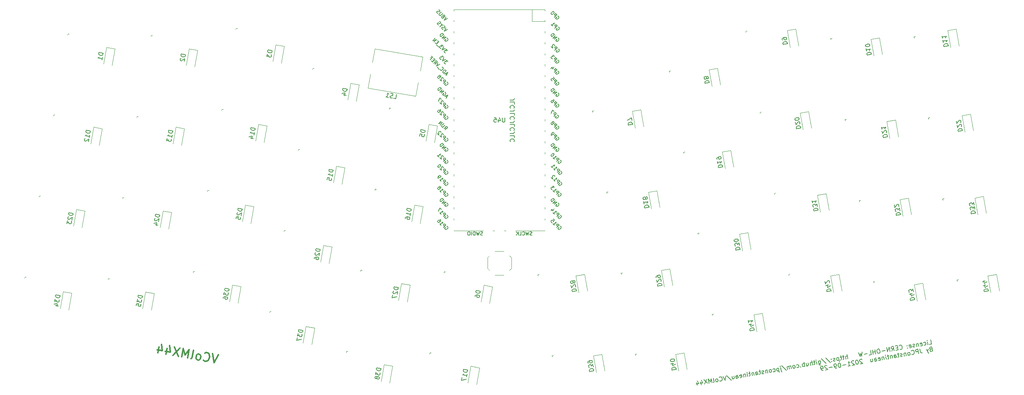
<source format=gbr>
%TF.GenerationSoftware,KiCad,Pcbnew,(5.1.10)-1*%
%TF.CreationDate,2021-09-29T15:51:44-06:00*%
%TF.ProjectId,VColMX44,56436f6c-4d58-4343-942e-6b696361645f,rev?*%
%TF.SameCoordinates,Original*%
%TF.FileFunction,Legend,Bot*%
%TF.FilePolarity,Positive*%
%FSLAX46Y46*%
G04 Gerber Fmt 4.6, Leading zero omitted, Abs format (unit mm)*
G04 Created by KiCad (PCBNEW (5.1.10)-1) date 2021-09-29 15:51:44*
%MOMM*%
%LPD*%
G01*
G04 APERTURE LIST*
%ADD10C,0.150000*%
%ADD11C,0.300000*%
%ADD12C,0.120000*%
G04 APERTURE END LIST*
D10*
X249135842Y-127774007D02*
X249604798Y-127691317D01*
X249431150Y-126706510D01*
X248807573Y-127831890D02*
X248691807Y-127175351D01*
X248633924Y-126847082D02*
X248689089Y-126885708D01*
X248650462Y-126940873D01*
X248595298Y-126902246D01*
X248633924Y-126847082D01*
X248650462Y-126940873D01*
X247908287Y-127942104D02*
X248010347Y-127972462D01*
X248197930Y-127939386D01*
X248283452Y-127875953D01*
X248322079Y-127820788D01*
X248352436Y-127718728D01*
X248302822Y-127437354D01*
X248239389Y-127351832D01*
X248184224Y-127313205D01*
X248082164Y-127282848D01*
X247894582Y-127315923D01*
X247809059Y-127379357D01*
X247111062Y-128082677D02*
X247213122Y-128113034D01*
X247400704Y-128079958D01*
X247486227Y-128016525D01*
X247516584Y-127914465D01*
X247450433Y-127539300D01*
X247386999Y-127453778D01*
X247284939Y-127423420D01*
X247097356Y-127456496D01*
X247011834Y-127519929D01*
X246981476Y-127621989D01*
X246998014Y-127715781D01*
X247483508Y-127726882D01*
X246534609Y-127555723D02*
X246650375Y-128212262D01*
X246551147Y-127649515D02*
X246495982Y-127610888D01*
X246393922Y-127580530D01*
X246253235Y-127605337D01*
X246167713Y-127668771D01*
X246137356Y-127770831D01*
X246228314Y-128286682D01*
X245797985Y-128314207D02*
X245712462Y-128377641D01*
X245524880Y-128410717D01*
X245422820Y-128380359D01*
X245359386Y-128294837D01*
X245351117Y-128247941D01*
X245381475Y-128145881D01*
X245466997Y-128082448D01*
X245607684Y-128057641D01*
X245693206Y-127994207D01*
X245723564Y-127892147D01*
X245715295Y-127845251D01*
X245651862Y-127759729D01*
X245549801Y-127729371D01*
X245409115Y-127754178D01*
X245323592Y-127817612D01*
X244578699Y-128529200D02*
X244680759Y-128559558D01*
X244868341Y-128526482D01*
X244953864Y-128463049D01*
X244984221Y-128360989D01*
X244918070Y-127985824D01*
X244854636Y-127900301D01*
X244752576Y-127869944D01*
X244564994Y-127903020D01*
X244479471Y-127966453D01*
X244449114Y-128068513D01*
X244465652Y-128162305D01*
X244951146Y-128173406D01*
X244101474Y-128564994D02*
X244062847Y-128620159D01*
X244118012Y-128658786D01*
X244156638Y-128603621D01*
X244101474Y-128564994D01*
X244118012Y-128658786D01*
X244010515Y-128049143D02*
X243971889Y-128104307D01*
X244027053Y-128142934D01*
X244065680Y-128087769D01*
X244010515Y-128049143D01*
X244027053Y-128142934D01*
X242319441Y-128879215D02*
X242374605Y-128917842D01*
X242523561Y-128939930D01*
X242617352Y-128923392D01*
X242749770Y-128851690D01*
X242827024Y-128741361D01*
X242857381Y-128639301D01*
X242871201Y-128443449D01*
X242846394Y-128302762D01*
X242766423Y-128123449D01*
X242702989Y-128037927D01*
X242592660Y-127960673D01*
X242443704Y-127938585D01*
X242349913Y-127955123D01*
X242217495Y-128026825D01*
X242178868Y-128081990D01*
X241822960Y-128531575D02*
X241494690Y-128589458D01*
X241444962Y-129130116D02*
X241913918Y-129047427D01*
X241740270Y-128062619D01*
X241271314Y-128145309D01*
X240460154Y-129303765D02*
X240705734Y-128776926D01*
X241022902Y-129204537D02*
X240849254Y-128219729D01*
X240474089Y-128285881D01*
X240388566Y-128349315D01*
X240349940Y-128404479D01*
X240319582Y-128506539D01*
X240344389Y-128647226D01*
X240407822Y-128732748D01*
X240462987Y-128771375D01*
X240565047Y-128801733D01*
X240940212Y-128735581D01*
X240038094Y-129378185D02*
X239864446Y-128393378D01*
X239475347Y-129477413D01*
X239301698Y-128492605D01*
X238940239Y-129184938D02*
X238189909Y-129317241D01*
X237425874Y-128823363D02*
X237238292Y-128856439D01*
X237152770Y-128919873D01*
X237075516Y-129030202D01*
X237061696Y-129226053D01*
X237119579Y-129554323D01*
X237199551Y-129733636D01*
X237309880Y-129810889D01*
X237411940Y-129841247D01*
X237599522Y-129808171D01*
X237685045Y-129744738D01*
X237762298Y-129634409D01*
X237776118Y-129438557D01*
X237718235Y-129110288D01*
X237638264Y-128930974D01*
X237527934Y-128853721D01*
X237425874Y-128823363D01*
X236755401Y-129957013D02*
X236581753Y-128972205D01*
X236664443Y-129441161D02*
X236101696Y-129540388D01*
X236192654Y-130056240D02*
X236019006Y-129071432D01*
X235254742Y-130221619D02*
X235723698Y-130138930D01*
X235550050Y-129154122D01*
X234860321Y-129904337D02*
X234109991Y-130036641D01*
X233627330Y-129493149D02*
X233566500Y-130519302D01*
X233254883Y-129848944D01*
X233191335Y-130585454D01*
X232783209Y-129641991D01*
X230330703Y-131089860D02*
X230157055Y-130105052D01*
X229908643Y-131164281D02*
X229817684Y-130648429D01*
X229848042Y-130546369D01*
X229933564Y-130482935D01*
X230074251Y-130458129D01*
X230176311Y-130488486D01*
X230231476Y-130527113D01*
X229464608Y-130565625D02*
X229089443Y-130631777D01*
X229266039Y-130262163D02*
X229414880Y-131106284D01*
X229384522Y-131208344D01*
X229299000Y-131271777D01*
X229205209Y-131288315D01*
X228901861Y-130664853D02*
X228526696Y-130731004D01*
X228703291Y-130361390D02*
X228852133Y-131205511D01*
X228821775Y-131307571D01*
X228736253Y-131371005D01*
X228642461Y-131387543D01*
X228198427Y-130788887D02*
X228372075Y-131773695D01*
X228206696Y-130835783D02*
X228104635Y-130805425D01*
X227917053Y-130838501D01*
X227831531Y-130901934D01*
X227792904Y-130957099D01*
X227762546Y-131059159D01*
X227812160Y-131340533D01*
X227875594Y-131426055D01*
X227930758Y-131464682D01*
X228032818Y-131495039D01*
X228220401Y-131461963D01*
X228305923Y-131398530D01*
X227461802Y-131547371D02*
X227376280Y-131610805D01*
X227188698Y-131643881D01*
X227086637Y-131613523D01*
X227023204Y-131528001D01*
X227014935Y-131481105D01*
X227045293Y-131379045D01*
X227130815Y-131315611D01*
X227271502Y-131290804D01*
X227357024Y-131227371D01*
X227387382Y-131125311D01*
X227379113Y-131078415D01*
X227315679Y-130992893D01*
X227213619Y-130962535D01*
X227072932Y-130987342D01*
X226987410Y-131050776D01*
X226609412Y-131649317D02*
X226570786Y-131704481D01*
X226625950Y-131743108D01*
X226664577Y-131687944D01*
X226609412Y-131649317D01*
X226625950Y-131743108D01*
X226518454Y-131133465D02*
X226479827Y-131188630D01*
X226534992Y-131227256D01*
X226573618Y-131172092D01*
X226518454Y-131133465D01*
X226534992Y-131227256D01*
X225271643Y-130918129D02*
X226339026Y-132035469D01*
X224239940Y-131100046D02*
X225307322Y-132217386D01*
X223555762Y-131607514D02*
X223696334Y-132404739D01*
X223759767Y-132490262D01*
X223814932Y-132528888D01*
X223916992Y-132559246D01*
X224057679Y-132534439D01*
X224143201Y-132471006D01*
X223663258Y-132217157D02*
X223765318Y-132247515D01*
X223952901Y-132214439D01*
X224038423Y-132151005D01*
X224077050Y-132095841D01*
X224107407Y-131993781D01*
X224057793Y-131712407D01*
X223994360Y-131626885D01*
X223939195Y-131588258D01*
X223837135Y-131557900D01*
X223649553Y-131590976D01*
X223564031Y-131654410D01*
X223202571Y-132346742D02*
X223086805Y-131690204D01*
X223028923Y-131361934D02*
X223084087Y-131400561D01*
X223045461Y-131455726D01*
X222990296Y-131417099D01*
X223028923Y-131361934D01*
X223045461Y-131455726D01*
X222758536Y-131748086D02*
X222383371Y-131814238D01*
X222559967Y-131444624D02*
X222708808Y-132288745D01*
X222678450Y-132390805D01*
X222592928Y-132454239D01*
X222499137Y-132470777D01*
X222170868Y-132528659D02*
X221997219Y-131543852D01*
X221748807Y-132603080D02*
X221657849Y-132087228D01*
X221688206Y-131985168D01*
X221773728Y-131921735D01*
X221914415Y-131896928D01*
X222016475Y-131927285D01*
X222071640Y-131965912D01*
X220742025Y-132103652D02*
X220857791Y-132760190D01*
X221164086Y-132029231D02*
X221255044Y-132545083D01*
X221224686Y-132647143D01*
X221139164Y-132710577D01*
X220998477Y-132735383D01*
X220896417Y-132705026D01*
X220841253Y-132666399D01*
X220388834Y-132842880D02*
X220215186Y-131858072D01*
X220281338Y-132233237D02*
X220179278Y-132202879D01*
X219991695Y-132235955D01*
X219906173Y-132299389D01*
X219867547Y-132354553D01*
X219837189Y-132456613D01*
X219886803Y-132737987D01*
X219950236Y-132823509D01*
X220005401Y-132862136D01*
X220107461Y-132892494D01*
X220295043Y-132859418D01*
X220380566Y-132795984D01*
X219481280Y-132906199D02*
X219442653Y-132961363D01*
X219497818Y-132999990D01*
X219536445Y-132944826D01*
X219481280Y-132906199D01*
X219497818Y-132999990D01*
X218598532Y-133110205D02*
X218700593Y-133140562D01*
X218888175Y-133107487D01*
X218973697Y-133044053D01*
X219012324Y-132988889D01*
X219042682Y-132886828D01*
X218993068Y-132605455D01*
X218929634Y-132519932D01*
X218874470Y-132481306D01*
X218772410Y-132450948D01*
X218584827Y-132484024D01*
X218499305Y-132547457D01*
X218044054Y-133256328D02*
X218129576Y-133192894D01*
X218168203Y-133137730D01*
X218198561Y-133035670D01*
X218148947Y-132754296D01*
X218085513Y-132668774D01*
X218030349Y-132630147D01*
X217928289Y-132599789D01*
X217787602Y-132624596D01*
X217702080Y-132688030D01*
X217663453Y-132743194D01*
X217633095Y-132845255D01*
X217682709Y-133126628D01*
X217746143Y-133212150D01*
X217801307Y-133250777D01*
X217903367Y-133281135D01*
X218044054Y-133256328D01*
X217293724Y-133388631D02*
X217177959Y-132732093D01*
X217194497Y-132825884D02*
X217139332Y-132787257D01*
X217037272Y-132756900D01*
X216896585Y-132781707D01*
X216811063Y-132845140D01*
X216780705Y-132947200D01*
X216871664Y-133463052D01*
X216780705Y-132947200D02*
X216717272Y-132861678D01*
X216615212Y-132831320D01*
X216474525Y-132856127D01*
X216389003Y-132919561D01*
X216358645Y-133021621D01*
X216449603Y-133537473D01*
X215095296Y-132712493D02*
X216162679Y-133829833D01*
X214833179Y-133145541D02*
X214982020Y-133989662D01*
X215045453Y-134075184D01*
X215147514Y-134105542D01*
X215194409Y-134097273D01*
X214775296Y-132817272D02*
X214830460Y-132855898D01*
X214791834Y-132911063D01*
X214736669Y-132872436D01*
X214775296Y-132817272D01*
X214791834Y-132911063D01*
X214364223Y-133228230D02*
X214537871Y-134213038D01*
X214372491Y-133275126D02*
X214270431Y-133244768D01*
X214082849Y-133277844D01*
X213997327Y-133341278D01*
X213958700Y-133396442D01*
X213928342Y-133498502D01*
X213977956Y-133779876D01*
X214041390Y-133865398D01*
X214096554Y-133904025D01*
X214198614Y-133934383D01*
X214386197Y-133901307D01*
X214471719Y-133837873D01*
X213158642Y-134069404D02*
X213260702Y-134099762D01*
X213448285Y-134066686D01*
X213533807Y-134003253D01*
X213572434Y-133948088D01*
X213602791Y-133846028D01*
X213553177Y-133564654D01*
X213489744Y-133479132D01*
X213434579Y-133440505D01*
X213332519Y-133410148D01*
X213144937Y-133443223D01*
X213059414Y-133506657D01*
X212604164Y-134215527D02*
X212689686Y-134152094D01*
X212728313Y-134096929D01*
X212758670Y-133994869D01*
X212709057Y-133713495D01*
X212645623Y-133627973D01*
X212590458Y-133589347D01*
X212488398Y-133558989D01*
X212347711Y-133583796D01*
X212262189Y-133647229D01*
X212223563Y-133702394D01*
X212193205Y-133804454D01*
X212242819Y-134085828D01*
X212306252Y-134171350D01*
X212361417Y-134209977D01*
X212463477Y-134240334D01*
X212604164Y-134215527D01*
X211738069Y-133691292D02*
X211853834Y-134347831D01*
X211754606Y-133785083D02*
X211699442Y-133746457D01*
X211597382Y-133716099D01*
X211456695Y-133740906D01*
X211371173Y-133804340D01*
X211340815Y-133906400D01*
X211431774Y-134422251D01*
X211001444Y-134449776D02*
X210915922Y-134513210D01*
X210728339Y-134546286D01*
X210626279Y-134515928D01*
X210562846Y-134430406D01*
X210554577Y-134383510D01*
X210584934Y-134281450D01*
X210670457Y-134218017D01*
X210811143Y-134193210D01*
X210896666Y-134129776D01*
X210927023Y-134027716D01*
X210918754Y-133980820D01*
X210855321Y-133895298D01*
X210753261Y-133864940D01*
X210612574Y-133889747D01*
X210527052Y-133953181D01*
X210190513Y-133964168D02*
X209815349Y-134030320D01*
X209991944Y-133660706D02*
X210140785Y-134504827D01*
X210110428Y-134606887D01*
X210024905Y-134670320D01*
X209931114Y-134686858D01*
X209180784Y-134819162D02*
X209089826Y-134303310D01*
X209120183Y-134201250D01*
X209205706Y-134137816D01*
X209393288Y-134104740D01*
X209495348Y-134135098D01*
X209172515Y-134772266D02*
X209274576Y-134802624D01*
X209509054Y-134761279D01*
X209594576Y-134697845D01*
X209624934Y-134595785D01*
X209608396Y-134501994D01*
X209544962Y-134416472D01*
X209442902Y-134386114D01*
X209208424Y-134427459D01*
X209106364Y-134397101D01*
X208596063Y-134245313D02*
X208711828Y-134901851D01*
X208612601Y-134339104D02*
X208557436Y-134300477D01*
X208455376Y-134270120D01*
X208314689Y-134294926D01*
X208229167Y-134358360D01*
X208198809Y-134460420D01*
X208289768Y-134976272D01*
X207845733Y-134377616D02*
X207470568Y-134443768D01*
X207647164Y-134074154D02*
X207796005Y-134918275D01*
X207765647Y-135020335D01*
X207680125Y-135083768D01*
X207586334Y-135100306D01*
X207258064Y-135158189D02*
X207142299Y-134501650D01*
X207084416Y-134173381D02*
X207139581Y-134212008D01*
X207100954Y-134267172D01*
X207045790Y-134228546D01*
X207084416Y-134173381D01*
X207100954Y-134267172D01*
X206673343Y-134584340D02*
X206789108Y-135240879D01*
X206689881Y-134678131D02*
X206634716Y-134639505D01*
X206532656Y-134609147D01*
X206391969Y-134633954D01*
X206306447Y-134697387D01*
X206276089Y-134799447D01*
X206367048Y-135315299D01*
X205514658Y-135417245D02*
X205616718Y-135447603D01*
X205804301Y-135414527D01*
X205889823Y-135351093D01*
X205920181Y-135249033D01*
X205854029Y-134873868D01*
X205790595Y-134788346D01*
X205688535Y-134757988D01*
X205500953Y-134791064D01*
X205415430Y-134854498D01*
X205385073Y-134956558D01*
X205401611Y-135050349D01*
X205887105Y-135061451D01*
X204631910Y-135621251D02*
X204540952Y-135105399D01*
X204571310Y-135003339D01*
X204656832Y-134939905D01*
X204844414Y-134906829D01*
X204946474Y-134937187D01*
X204623641Y-135574355D02*
X204725702Y-135604713D01*
X204960180Y-135563368D01*
X205045702Y-135499934D01*
X205076060Y-135397874D01*
X205059522Y-135304083D01*
X204996088Y-135218561D01*
X204894028Y-135188203D01*
X204659550Y-135229548D01*
X204557490Y-135199190D01*
X203625128Y-135121822D02*
X203740894Y-135778361D01*
X204047189Y-135047402D02*
X204138147Y-135563254D01*
X204107790Y-135665314D01*
X204022268Y-135728747D01*
X203881581Y-135753554D01*
X203779521Y-135723196D01*
X203724356Y-135684570D01*
X202386587Y-134953382D02*
X203453969Y-136070722D01*
X202207273Y-135033353D02*
X202052652Y-136076044D01*
X201550735Y-135149119D01*
X200816828Y-136197245D02*
X200871993Y-136235872D01*
X201020949Y-136257961D01*
X201114740Y-136241423D01*
X201247158Y-136169720D01*
X201324411Y-136059391D01*
X201354769Y-135957331D01*
X201368589Y-135761480D01*
X201343782Y-135620793D01*
X201263810Y-135441479D01*
X201200377Y-135355957D01*
X201090048Y-135278704D01*
X200941092Y-135256615D01*
X200847301Y-135273153D01*
X200714883Y-135344855D01*
X200676256Y-135400020D01*
X200270619Y-136390264D02*
X200356141Y-136326831D01*
X200394768Y-136271666D01*
X200425126Y-136169606D01*
X200375512Y-135888232D01*
X200312078Y-135802710D01*
X200256914Y-135764083D01*
X200154854Y-135733726D01*
X200014167Y-135758532D01*
X199928644Y-135821966D01*
X199890018Y-135877131D01*
X199859660Y-135979191D01*
X199909274Y-136260564D01*
X199972707Y-136346087D01*
X200027872Y-136384713D01*
X200129932Y-136415071D01*
X200270619Y-136390264D01*
X199379602Y-136547374D02*
X199465125Y-136483941D01*
X199495482Y-136381881D01*
X199346641Y-135537760D01*
X199004438Y-136613526D02*
X198830789Y-135628718D01*
X198626555Y-136390035D01*
X198174251Y-135744484D01*
X198347899Y-136729291D01*
X197799086Y-135810635D02*
X197316196Y-136911209D01*
X197142548Y-135926401D02*
X197972734Y-136795443D01*
X196403205Y-136395242D02*
X196518970Y-137051781D01*
X196571531Y-135978733D02*
X196930044Y-136640822D01*
X196320401Y-136748319D01*
X195465293Y-136560622D02*
X195581058Y-137217160D01*
X195633619Y-136144112D02*
X195992132Y-136806201D01*
X195382489Y-136913698D01*
X249472089Y-128858281D02*
X249339671Y-128929984D01*
X249301045Y-128985148D01*
X249270687Y-129087209D01*
X249295494Y-129227895D01*
X249358927Y-129313418D01*
X249414092Y-129352044D01*
X249516152Y-129382402D01*
X249891317Y-129316250D01*
X249717669Y-128331443D01*
X249389399Y-128389325D01*
X249303877Y-128452759D01*
X249265251Y-128507923D01*
X249234893Y-128609984D01*
X249251431Y-128703775D01*
X249314864Y-128789297D01*
X249370029Y-128827924D01*
X249472089Y-128858281D01*
X249800358Y-128800399D01*
X248884535Y-128816822D02*
X248765822Y-129514705D01*
X248415579Y-128899512D02*
X248765822Y-129514705D01*
X248900958Y-129732645D01*
X248956123Y-129771272D01*
X249058183Y-129801630D01*
X246950828Y-128819311D02*
X247074862Y-129522745D01*
X247146565Y-129655163D01*
X247256894Y-129732416D01*
X247405850Y-129754505D01*
X247499641Y-129737967D01*
X246655520Y-129886809D02*
X246481872Y-128902001D01*
X246106707Y-128968153D01*
X246021185Y-129031586D01*
X245982558Y-129086751D01*
X245952200Y-129188811D01*
X245977007Y-129329498D01*
X246040441Y-129415020D01*
X246095605Y-129453646D01*
X246197665Y-129484004D01*
X246572830Y-129417852D01*
X245091427Y-130065893D02*
X245146592Y-130104520D01*
X245295547Y-130126608D01*
X245389339Y-130110071D01*
X245521756Y-130038368D01*
X245599010Y-129928039D01*
X245629367Y-129825979D01*
X245643187Y-129630127D01*
X245618380Y-129489440D01*
X245538409Y-129310127D01*
X245474975Y-129224605D01*
X245364646Y-129147351D01*
X245215690Y-129125263D01*
X245121899Y-129141801D01*
X244989481Y-129213503D01*
X244950855Y-129268668D01*
X244545218Y-130258912D02*
X244630740Y-130195478D01*
X244669367Y-130140314D01*
X244699724Y-130038254D01*
X244650110Y-129756880D01*
X244586677Y-129671358D01*
X244531512Y-129632731D01*
X244429452Y-129602373D01*
X244288765Y-129627180D01*
X244203243Y-129690614D01*
X244164616Y-129745778D01*
X244134259Y-129847838D01*
X244183873Y-130129212D01*
X244247306Y-130214734D01*
X244302471Y-130253361D01*
X244404531Y-130283719D01*
X244545218Y-130258912D01*
X243679122Y-129734677D02*
X243794888Y-130391215D01*
X243695660Y-129828468D02*
X243640496Y-129789841D01*
X243538436Y-129759484D01*
X243397749Y-129784290D01*
X243312227Y-129847724D01*
X243281869Y-129949784D01*
X243372827Y-130465636D01*
X242942498Y-130493161D02*
X242856976Y-130556594D01*
X242669393Y-130589670D01*
X242567333Y-130559313D01*
X242503900Y-130473790D01*
X242495631Y-130426895D01*
X242525988Y-130324835D01*
X242611511Y-130261401D01*
X242752197Y-130236594D01*
X242837720Y-130173161D01*
X242868077Y-130071100D01*
X242859808Y-130024205D01*
X242796375Y-129938683D01*
X242694315Y-129908325D01*
X242553628Y-129933132D01*
X242468106Y-129996565D01*
X242131567Y-130007552D02*
X241756403Y-130073704D01*
X241932998Y-129704090D02*
X242081839Y-130548211D01*
X242051481Y-130650271D01*
X241965959Y-130713705D01*
X241872168Y-130730243D01*
X241121838Y-130862546D02*
X241030880Y-130346694D01*
X241061237Y-130244634D01*
X241146760Y-130181201D01*
X241334342Y-130148125D01*
X241436402Y-130178482D01*
X241113569Y-130815650D02*
X241215629Y-130846008D01*
X241450108Y-130804663D01*
X241535630Y-130741230D01*
X241565987Y-130639170D01*
X241549450Y-130545378D01*
X241486016Y-130459856D01*
X241383956Y-130429498D01*
X241149478Y-130470843D01*
X241047418Y-130440485D01*
X240537117Y-130288697D02*
X240652882Y-130945236D01*
X240553655Y-130382488D02*
X240498490Y-130343862D01*
X240396430Y-130313504D01*
X240255743Y-130338311D01*
X240170221Y-130401744D01*
X240139863Y-130503805D01*
X240230822Y-131019656D01*
X239786787Y-130421000D02*
X239411622Y-130487152D01*
X239588217Y-130117538D02*
X239737059Y-130961659D01*
X239706701Y-131063719D01*
X239621179Y-131127153D01*
X239527388Y-131143691D01*
X239199118Y-131201573D02*
X239083353Y-130545035D01*
X239025470Y-130216766D02*
X239080635Y-130255392D01*
X239042008Y-130310557D01*
X238986844Y-130271930D01*
X239025470Y-130216766D01*
X239042008Y-130310557D01*
X238614397Y-130627724D02*
X238730162Y-131284263D01*
X238630935Y-130721516D02*
X238575770Y-130682889D01*
X238473710Y-130652531D01*
X238333023Y-130677338D01*
X238247501Y-130740772D01*
X238217143Y-130842832D01*
X238308102Y-131358684D01*
X237455712Y-131460629D02*
X237557772Y-131490987D01*
X237745355Y-131457911D01*
X237830877Y-131394478D01*
X237861234Y-131292417D01*
X237795083Y-130917253D01*
X237731649Y-130831730D01*
X237629589Y-130801373D01*
X237442007Y-130834448D01*
X237356484Y-130897882D01*
X237326127Y-130999942D01*
X237342665Y-131093733D01*
X237828159Y-131104835D01*
X236572964Y-131664635D02*
X236482006Y-131148783D01*
X236512363Y-131046723D01*
X236597886Y-130983290D01*
X236785468Y-130950214D01*
X236887528Y-130980572D01*
X236564695Y-131617740D02*
X236666756Y-131648097D01*
X236901234Y-131606752D01*
X236986756Y-131543319D01*
X237017114Y-131441259D01*
X237000576Y-131347468D01*
X236937142Y-131261945D01*
X236835082Y-131231588D01*
X236600604Y-131272932D01*
X236498544Y-131242575D01*
X235566182Y-131165207D02*
X235681948Y-131821745D01*
X235988243Y-131090786D02*
X236079201Y-131606638D01*
X236048844Y-131708698D01*
X235963321Y-131772132D01*
X235822635Y-131796939D01*
X235720574Y-131766581D01*
X235665410Y-131727954D01*
X233602118Y-131269756D02*
X233546953Y-131231130D01*
X233444893Y-131200772D01*
X233210415Y-131242117D01*
X233124893Y-131305550D01*
X233086266Y-131360715D01*
X233055908Y-131462775D01*
X233072446Y-131556566D01*
X233144149Y-131688984D01*
X233806124Y-132152504D01*
X233196481Y-132260000D01*
X232413190Y-131382689D02*
X232319398Y-131399227D01*
X232233876Y-131462661D01*
X232195249Y-131517825D01*
X232164892Y-131619885D01*
X232151072Y-131815737D01*
X232192417Y-132050215D01*
X232272388Y-132229528D01*
X232335822Y-132315050D01*
X232390986Y-132353677D01*
X232493047Y-132384035D01*
X232586838Y-132367497D01*
X232672360Y-132304063D01*
X232710987Y-132248899D01*
X232741344Y-132146839D01*
X232755164Y-131950987D01*
X232713819Y-131716509D01*
X232633848Y-131537196D01*
X232570414Y-131451673D01*
X232515250Y-131413047D01*
X232413190Y-131382689D01*
X231726293Y-131600515D02*
X231671129Y-131561888D01*
X231569069Y-131531530D01*
X231334591Y-131572875D01*
X231249068Y-131636309D01*
X231210442Y-131691473D01*
X231180084Y-131793533D01*
X231196622Y-131887325D01*
X231268324Y-132019743D01*
X231930299Y-132483262D01*
X231320656Y-132590759D01*
X230382744Y-132756138D02*
X230945491Y-132656910D01*
X230664118Y-132706524D02*
X230490470Y-131721716D01*
X230609068Y-131845865D01*
X230719397Y-131923119D01*
X230821457Y-131953476D01*
X229894532Y-132455394D02*
X229144202Y-132587697D01*
X228380167Y-132093820D02*
X228286376Y-132110358D01*
X228200854Y-132173791D01*
X228162227Y-132228956D01*
X228131870Y-132331016D01*
X228118050Y-132526867D01*
X228159395Y-132761345D01*
X228239366Y-132940659D01*
X228302800Y-133026181D01*
X228357964Y-133064808D01*
X228460024Y-133095165D01*
X228553816Y-133078627D01*
X228639338Y-133015194D01*
X228677964Y-132960029D01*
X228708322Y-132857969D01*
X228722142Y-132662118D01*
X228680797Y-132427640D01*
X228600826Y-132248326D01*
X228537392Y-132162804D01*
X228482228Y-132124177D01*
X228380167Y-132093820D01*
X227756590Y-133219200D02*
X227569008Y-133252276D01*
X227466948Y-133221918D01*
X227411783Y-133183291D01*
X227293185Y-133059142D01*
X227213213Y-132879829D01*
X227147062Y-132504664D01*
X227177419Y-132402604D01*
X227216046Y-132347439D01*
X227301568Y-132284006D01*
X227489151Y-132250930D01*
X227591211Y-132281288D01*
X227646376Y-132319914D01*
X227709809Y-132405437D01*
X227751154Y-132639915D01*
X227720796Y-132741975D01*
X227682170Y-132797139D01*
X227596647Y-132860573D01*
X227409065Y-132893649D01*
X227307005Y-132863291D01*
X227251840Y-132824664D01*
X227188407Y-132739142D01*
X226799422Y-133001145D02*
X226049092Y-133133449D01*
X225536073Y-132692018D02*
X225480909Y-132653391D01*
X225378848Y-132623033D01*
X225144370Y-132664378D01*
X225058848Y-132727812D01*
X225020222Y-132782976D01*
X224989864Y-132885036D01*
X225006402Y-132978827D01*
X225078104Y-133111245D01*
X225740079Y-133574765D01*
X225130436Y-133682262D01*
X224661480Y-133764951D02*
X224473898Y-133798027D01*
X224371838Y-133767669D01*
X224316673Y-133729043D01*
X224198075Y-133604894D01*
X224118103Y-133425580D01*
X224051952Y-133050415D01*
X224082309Y-132948355D01*
X224120936Y-132893191D01*
X224206458Y-132829757D01*
X224394041Y-132796681D01*
X224496101Y-132827039D01*
X224551265Y-132865666D01*
X224614699Y-132951188D01*
X224656044Y-133185666D01*
X224625686Y-133287726D01*
X224587059Y-133342891D01*
X224501537Y-133406324D01*
X224313955Y-133439400D01*
X224211895Y-133409042D01*
X224156730Y-133370416D01*
X224093297Y-133284894D01*
D11*
X85177631Y-130153476D02*
X84173796Y-132007326D01*
X83864554Y-129921945D01*
X81768300Y-131389757D02*
X81845554Y-131500086D01*
X82110390Y-131643491D01*
X82297972Y-131676567D01*
X82595884Y-131632390D01*
X82816542Y-131477883D01*
X82943409Y-131306839D01*
X83103352Y-130948212D01*
X83152965Y-130666838D01*
X83125326Y-130275135D01*
X83064611Y-130071015D01*
X82910104Y-129850357D01*
X82645268Y-129706952D01*
X82457686Y-129673876D01*
X82159774Y-129718053D01*
X82049445Y-129795307D01*
X80609730Y-131378885D02*
X80813850Y-131318169D01*
X80924180Y-131240916D01*
X81051047Y-131069872D01*
X81150274Y-130507124D01*
X81089559Y-130303004D01*
X81012305Y-130192675D01*
X80841261Y-130065808D01*
X80559887Y-130016194D01*
X80355767Y-130076909D01*
X80245438Y-130154163D01*
X80118571Y-130325207D01*
X80019343Y-130887954D01*
X80080059Y-131092075D01*
X80157312Y-131202404D01*
X80328356Y-131329271D01*
X80609730Y-131378885D01*
X78827697Y-131064664D02*
X79031817Y-131003949D01*
X79158684Y-130832904D01*
X79456367Y-129144662D01*
X78077367Y-130932361D02*
X78424664Y-128962745D01*
X77520056Y-130253848D01*
X77111587Y-128731214D01*
X76764290Y-130700830D01*
X76361257Y-128598911D02*
X74700884Y-130336996D01*
X75048180Y-128367380D02*
X76013961Y-130568527D01*
X73337964Y-128742774D02*
X73106433Y-130055851D01*
X73939223Y-128075134D02*
X74160111Y-129564692D01*
X72940825Y-129349699D01*
X71462140Y-128412016D02*
X71230609Y-129725093D01*
X72063399Y-127744375D02*
X72284286Y-129233933D01*
X71065000Y-129018940D01*
D10*
X152452380Y-71380952D02*
X153166666Y-71380952D01*
X153309523Y-71333333D01*
X153404761Y-71238095D01*
X153452380Y-71095238D01*
X153452380Y-71000000D01*
X153452380Y-72333333D02*
X153452380Y-71857142D01*
X152452380Y-71857142D01*
X153357142Y-73238095D02*
X153404761Y-73190476D01*
X153452380Y-73047619D01*
X153452380Y-72952380D01*
X153404761Y-72809523D01*
X153309523Y-72714285D01*
X153214285Y-72666666D01*
X153023809Y-72619047D01*
X152880952Y-72619047D01*
X152690476Y-72666666D01*
X152595238Y-72714285D01*
X152500000Y-72809523D01*
X152452380Y-72952380D01*
X152452380Y-73047619D01*
X152500000Y-73190476D01*
X152547619Y-73238095D01*
X152452380Y-73952380D02*
X153166666Y-73952380D01*
X153309523Y-73904761D01*
X153404761Y-73809523D01*
X153452380Y-73666666D01*
X153452380Y-73571428D01*
X153452380Y-74904761D02*
X153452380Y-74428571D01*
X152452380Y-74428571D01*
X153357142Y-75809523D02*
X153404761Y-75761904D01*
X153452380Y-75619047D01*
X153452380Y-75523809D01*
X153404761Y-75380952D01*
X153309523Y-75285714D01*
X153214285Y-75238095D01*
X153023809Y-75190476D01*
X152880952Y-75190476D01*
X152690476Y-75238095D01*
X152595238Y-75285714D01*
X152500000Y-75380952D01*
X152452380Y-75523809D01*
X152452380Y-75619047D01*
X152500000Y-75761904D01*
X152547619Y-75809523D01*
X152452380Y-76523809D02*
X153166666Y-76523809D01*
X153309523Y-76476190D01*
X153404761Y-76380952D01*
X153452380Y-76238095D01*
X153452380Y-76142857D01*
X153452380Y-77476190D02*
X153452380Y-77000000D01*
X152452380Y-77000000D01*
X153357142Y-78380952D02*
X153404761Y-78333333D01*
X153452380Y-78190476D01*
X153452380Y-78095238D01*
X153404761Y-77952380D01*
X153309523Y-77857142D01*
X153214285Y-77809523D01*
X153023809Y-77761904D01*
X152880952Y-77761904D01*
X152690476Y-77809523D01*
X152595238Y-77857142D01*
X152500000Y-77952380D01*
X152452380Y-78095238D01*
X152452380Y-78190476D01*
X152500000Y-78333333D01*
X152547619Y-78380952D01*
X152452380Y-79095238D02*
X153166666Y-79095238D01*
X153309523Y-79047619D01*
X153404761Y-78952380D01*
X153452380Y-78809523D01*
X153452380Y-78714285D01*
X153452380Y-80047619D02*
X153452380Y-79571428D01*
X152452380Y-79571428D01*
X153357142Y-80952380D02*
X153404761Y-80904761D01*
X153452380Y-80761904D01*
X153452380Y-80666666D01*
X153404761Y-80523809D01*
X153309523Y-80428571D01*
X153214285Y-80380952D01*
X153023809Y-80333333D01*
X152880952Y-80333333D01*
X152690476Y-80380952D01*
X152595238Y-80428571D01*
X152500000Y-80523809D01*
X152452380Y-80666666D01*
X152452380Y-80761904D01*
X152500000Y-80904761D01*
X152547619Y-80952380D01*
D12*
%TO.C,LS1*%
X130716142Y-70502545D02*
X131280498Y-67301920D01*
X132313705Y-61442314D02*
X121283858Y-59497455D01*
X119686295Y-68557686D02*
X130716142Y-70502545D01*
X120250652Y-65357061D02*
X119686295Y-68557686D01*
X121283858Y-59497455D02*
X120719502Y-62698080D01*
X131749348Y-64642939D02*
X132313705Y-61442314D01*
%TO.C,SW1*%
X147250000Y-107750000D02*
X147250000Y-110250000D01*
X149000000Y-106250000D02*
X151000000Y-106250000D01*
X152750000Y-107750000D02*
X152750000Y-110250000D01*
X149000000Y-111750000D02*
X151000000Y-111750000D01*
X147700000Y-107300000D02*
X147250000Y-107750000D01*
X147700000Y-110700000D02*
X147250000Y-110250000D01*
X152300000Y-110700000D02*
X152750000Y-110250000D01*
X152300000Y-107300000D02*
X152750000Y-107750000D01*
%TO.C,U45*%
X160500000Y-50500000D02*
X139500000Y-50500000D01*
X153700000Y-101500000D02*
X160500000Y-101500000D01*
X160500000Y-53167000D02*
X157493000Y-53167000D01*
X157493000Y-53167000D02*
X157493000Y-50500000D01*
X160500000Y-50500000D02*
X160500000Y-50800000D01*
X160500000Y-52900000D02*
X160500000Y-53300000D01*
X160500000Y-55500000D02*
X160500000Y-55900000D01*
X160500000Y-58000000D02*
X160500000Y-58400000D01*
X160500000Y-60600000D02*
X160500000Y-61000000D01*
X160500000Y-63100000D02*
X160500000Y-63500000D01*
X160500000Y-65600000D02*
X160500000Y-66000000D01*
X160500000Y-68200000D02*
X160500000Y-68600000D01*
X160500000Y-70700000D02*
X160500000Y-71100000D01*
X160500000Y-73300000D02*
X160500000Y-73700000D01*
X160500000Y-75800000D02*
X160500000Y-76200000D01*
X160500000Y-78300000D02*
X160500000Y-78700000D01*
X160500000Y-80900000D02*
X160500000Y-81300000D01*
X160500000Y-83400000D02*
X160500000Y-83800000D01*
X160500000Y-86000000D02*
X160500000Y-86400000D01*
X160500000Y-88500000D02*
X160500000Y-88900000D01*
X160500000Y-91100000D02*
X160500000Y-91500000D01*
X160500000Y-93600000D02*
X160500000Y-94000000D01*
X160500000Y-96100000D02*
X160500000Y-96500000D01*
X160500000Y-98700000D02*
X160500000Y-99100000D01*
X139500000Y-65600000D02*
X139500000Y-66000000D01*
X139500000Y-70700000D02*
X139500000Y-71100000D01*
X139500000Y-78300000D02*
X139500000Y-78700000D01*
X139500000Y-86000000D02*
X139500000Y-86400000D01*
X139500000Y-55500000D02*
X139500000Y-55900000D01*
X139500000Y-52900000D02*
X139500000Y-53300000D01*
X139500000Y-60600000D02*
X139500000Y-61000000D01*
X139500000Y-93600000D02*
X139500000Y-94000000D01*
X139500000Y-98700000D02*
X139500000Y-99100000D01*
X139500000Y-96100000D02*
X139500000Y-96500000D01*
X139500000Y-80900000D02*
X139500000Y-81300000D01*
X139500000Y-75800000D02*
X139500000Y-76200000D01*
X139500000Y-63100000D02*
X139500000Y-63500000D01*
X139500000Y-68200000D02*
X139500000Y-68600000D01*
X139500000Y-88500000D02*
X139500000Y-88900000D01*
X139500000Y-73300000D02*
X139500000Y-73700000D01*
X139500000Y-50500000D02*
X139500000Y-50800000D01*
X139500000Y-58000000D02*
X139500000Y-58400000D01*
X139500000Y-83400000D02*
X139500000Y-83800000D01*
X139500000Y-91100000D02*
X139500000Y-91500000D01*
X139500000Y-101500000D02*
X146300000Y-101500000D01*
X151500000Y-101500000D02*
X151100000Y-101500000D01*
X148900000Y-101500000D02*
X148500000Y-101500000D01*
%TO.C,D1*%
X59405901Y-59194048D02*
X61375516Y-59541345D01*
X61375516Y-59541345D02*
X60698288Y-63382095D01*
X59405901Y-59194048D02*
X58728673Y-63034799D01*
%TO.C,D2*%
X78405901Y-59538940D02*
X77728673Y-63379691D01*
X80375516Y-59886237D02*
X79698288Y-63726987D01*
X78405901Y-59538940D02*
X80375516Y-59886237D01*
%TO.C,D3*%
X98405901Y-58610534D02*
X97728673Y-62451285D01*
X100375516Y-58957831D02*
X99698288Y-62798581D01*
X98405901Y-58610534D02*
X100375516Y-58957831D01*
%TO.C,D4*%
X115692420Y-67467061D02*
X117662035Y-67814358D01*
X117662035Y-67814358D02*
X116984807Y-71655108D01*
X115692420Y-67467061D02*
X115015192Y-71307812D01*
%TO.C,D5*%
X133692420Y-76985601D02*
X133015192Y-80826352D01*
X135662035Y-77332898D02*
X134984807Y-81173648D01*
X133692420Y-76985601D02*
X135662035Y-77332898D01*
%TO.C,D6*%
X146405901Y-114098127D02*
X145728673Y-117938878D01*
X148375516Y-114445424D02*
X147698288Y-118286174D01*
X146405901Y-114098127D02*
X148375516Y-114445424D01*
%TO.C,D7*%
X180624484Y-73957831D02*
X181301712Y-77798581D01*
X182594099Y-73610534D02*
X183271327Y-77451285D01*
X180624484Y-73957831D02*
X182594099Y-73610534D01*
%TO.C,D8*%
X198337965Y-64332898D02*
X199015193Y-68173648D01*
X200307580Y-63985601D02*
X200984808Y-67826352D01*
X198337965Y-64332898D02*
X200307580Y-63985601D01*
%TO.C,D9*%
X216337965Y-55332898D02*
X217015193Y-59173648D01*
X218307580Y-54985601D02*
X218984808Y-58826352D01*
X216337965Y-55332898D02*
X218307580Y-54985601D01*
%TO.C,D10*%
X235624484Y-57332898D02*
X236301712Y-61173648D01*
X237594099Y-56985601D02*
X238271327Y-60826352D01*
X235624484Y-57332898D02*
X237594099Y-56985601D01*
%TO.C,D11*%
X253337965Y-55332898D02*
X254015193Y-59173648D01*
X255307580Y-54985601D02*
X255984808Y-58826352D01*
X253337965Y-55332898D02*
X255307580Y-54985601D01*
%TO.C,D12*%
X56405901Y-77610534D02*
X58375516Y-77957831D01*
X58375516Y-77957831D02*
X57698288Y-81798581D01*
X56405901Y-77610534D02*
X55728673Y-81451285D01*
%TO.C,D13*%
X75405901Y-77610534D02*
X77375516Y-77957831D01*
X77375516Y-77957831D02*
X76698288Y-81798581D01*
X75405901Y-77610534D02*
X74728673Y-81451285D01*
%TO.C,D14*%
X94405901Y-76970246D02*
X96375516Y-77317543D01*
X96375516Y-77317543D02*
X95698288Y-81158293D01*
X94405901Y-76970246D02*
X93728673Y-80810997D01*
%TO.C,D15*%
X112405901Y-86610534D02*
X111728673Y-90451285D01*
X114375516Y-86957831D02*
X113698288Y-90798581D01*
X112405901Y-86610534D02*
X114375516Y-86957831D01*
%TO.C,D16*%
X130405901Y-95610534D02*
X132375516Y-95957831D01*
X132375516Y-95957831D02*
X131698288Y-99798581D01*
X130405901Y-95610534D02*
X129728673Y-99451285D01*
%TO.C,D17*%
X143405901Y-132809474D02*
X145375516Y-133156771D01*
X145375516Y-133156771D02*
X144698288Y-136997521D01*
X143405901Y-132809474D02*
X142728673Y-136650225D01*
%TO.C,D18*%
X184337965Y-92610814D02*
X186307580Y-92263517D01*
X186307580Y-92263517D02*
X186984808Y-96104268D01*
X184337965Y-92610814D02*
X185015193Y-96451564D01*
%TO.C,D19*%
X201337965Y-83332898D02*
X202015193Y-87173648D01*
X203307580Y-82985601D02*
X203984808Y-86826352D01*
X201337965Y-83332898D02*
X203307580Y-82985601D01*
%TO.C,D20*%
X219337965Y-74332898D02*
X221307580Y-73985601D01*
X221307580Y-73985601D02*
X221984808Y-77826352D01*
X219337965Y-74332898D02*
X220015193Y-78173648D01*
%TO.C,D21*%
X239337965Y-76332898D02*
X241307580Y-75985601D01*
X241307580Y-75985601D02*
X241984808Y-79826352D01*
X239337965Y-76332898D02*
X240015193Y-80173648D01*
%TO.C,D22*%
X256624484Y-74957831D02*
X258594099Y-74610534D01*
X258594099Y-74610534D02*
X259271327Y-78451285D01*
X256624484Y-74957831D02*
X257301712Y-78798581D01*
%TO.C,D23*%
X52405901Y-96610534D02*
X51728673Y-100451285D01*
X54375516Y-96957831D02*
X53698288Y-100798581D01*
X52405901Y-96610534D02*
X54375516Y-96957831D01*
%TO.C,D24*%
X72405901Y-96961634D02*
X71728673Y-100802385D01*
X74375516Y-97308931D02*
X73698288Y-101149681D01*
X72405901Y-96961634D02*
X74375516Y-97308931D01*
%TO.C,D25*%
X91405901Y-95610534D02*
X90728673Y-99451285D01*
X93375516Y-95957831D02*
X92698288Y-99798581D01*
X91405901Y-95610534D02*
X93375516Y-95957831D01*
%TO.C,D26*%
X109405901Y-104889756D02*
X108728673Y-108730507D01*
X111375516Y-105237053D02*
X110698288Y-109077803D01*
X109405901Y-104889756D02*
X111375516Y-105237053D01*
%TO.C,D27*%
X127405901Y-113753235D02*
X126728673Y-117593986D01*
X129375516Y-114100532D02*
X128698288Y-117941282D01*
X127405901Y-113753235D02*
X129375516Y-114100532D01*
%TO.C,D28*%
X167624484Y-111957831D02*
X169594099Y-111610534D01*
X169594099Y-111610534D02*
X170271327Y-115451285D01*
X167624484Y-111957831D02*
X168301712Y-115798581D01*
%TO.C,D29*%
X187337965Y-110682035D02*
X189307580Y-110334738D01*
X189307580Y-110334738D02*
X189984808Y-114175489D01*
X187337965Y-110682035D02*
X188015193Y-114522785D01*
%TO.C,D30*%
X205337965Y-102332898D02*
X206015193Y-106173648D01*
X207307580Y-101985601D02*
X207984808Y-105826352D01*
X205337965Y-102332898D02*
X207307580Y-101985601D01*
%TO.C,D31*%
X223337965Y-93332898D02*
X224015193Y-97173648D01*
X225307580Y-92985601D02*
X225984808Y-96826352D01*
X223337965Y-93332898D02*
X225307580Y-92985601D01*
%TO.C,D32*%
X242337965Y-94332898D02*
X243015193Y-98173648D01*
X244307580Y-93985601D02*
X244984808Y-97826352D01*
X242337965Y-94332898D02*
X244307580Y-93985601D01*
%TO.C,D33*%
X259624484Y-93957831D02*
X260301712Y-97798581D01*
X261594099Y-93610534D02*
X262271327Y-97451285D01*
X259624484Y-93957831D02*
X261594099Y-93610534D01*
%TO.C,D34*%
X49405901Y-115610534D02*
X51375516Y-115957831D01*
X51375516Y-115957831D02*
X50698288Y-119798581D01*
X49405901Y-115610534D02*
X48728673Y-119451285D01*
%TO.C,D35*%
X68405901Y-115672982D02*
X70375516Y-116020279D01*
X70375516Y-116020279D02*
X69698288Y-119861029D01*
X68405901Y-115672982D02*
X67728673Y-119513733D01*
%TO.C,D36*%
X88405901Y-114048258D02*
X90375516Y-114395555D01*
X90375516Y-114395555D02*
X89698288Y-118236305D01*
X88405901Y-114048258D02*
X87728673Y-117889009D01*
%TO.C,D37*%
X105405901Y-123610534D02*
X107375516Y-123957831D01*
X107375516Y-123957831D02*
X106698288Y-127798581D01*
X105405901Y-123610534D02*
X104728673Y-127451285D01*
%TO.C,D38*%
X123405901Y-132464582D02*
X125375516Y-132811879D01*
X125375516Y-132811879D02*
X124698288Y-136652629D01*
X123405901Y-132464582D02*
X122728673Y-136305333D01*
%TO.C,D39*%
X171624484Y-130378400D02*
X172301712Y-134219150D01*
X173594099Y-130031103D02*
X174271327Y-133871854D01*
X171624484Y-130378400D02*
X173594099Y-130031103D01*
%TO.C,D40*%
X190624484Y-130033508D02*
X191301712Y-133874258D01*
X192594099Y-129686211D02*
X193271327Y-133526962D01*
X190624484Y-130033508D02*
X192594099Y-129686211D01*
%TO.C,D41*%
X208624484Y-120957831D02*
X210594099Y-120610534D01*
X210594099Y-120610534D02*
X211271327Y-124451285D01*
X208624484Y-120957831D02*
X209301712Y-124798581D01*
%TO.C,D42*%
X226337965Y-111957831D02*
X228307580Y-111610534D01*
X228307580Y-111610534D02*
X228984808Y-115451285D01*
X226337965Y-111957831D02*
X227015193Y-115798581D01*
%TO.C,D43*%
X245624484Y-113957831D02*
X247594099Y-113610534D01*
X247594099Y-113610534D02*
X248271327Y-117451285D01*
X245624484Y-113957831D02*
X246301712Y-117798581D01*
%TO.C,D44*%
X262624484Y-111957831D02*
X264594099Y-111610534D01*
X264594099Y-111610534D02*
X265271327Y-115451285D01*
X262624484Y-111957831D02*
X263301712Y-115798581D01*
%TO.C,U1*%
X50764769Y-56107616D02*
X50469327Y-56055522D01*
X50469327Y-56055522D02*
X50417232Y-56350964D01*
%TO.C,U2*%
X69997061Y-56452508D02*
X69701619Y-56400414D01*
X69701619Y-56400414D02*
X69649524Y-56695856D01*
%TO.C,U3*%
X89281207Y-54775691D02*
X89229112Y-55071133D01*
X89576649Y-54827785D02*
X89281207Y-54775691D01*
%TO.C,U4*%
X107246107Y-64035947D02*
X106950665Y-63983853D01*
X106950665Y-63983853D02*
X106898570Y-64279295D01*
%TO.C,U5*%
X124915565Y-73244109D02*
X124620123Y-73192015D01*
X124620123Y-73192015D02*
X124568028Y-73487457D01*
%TO.C,U6*%
X137549227Y-111011696D02*
X137253785Y-110959602D01*
X137253785Y-110959602D02*
X137201690Y-111255044D01*
%TO.C,U7*%
X171440646Y-73886607D02*
X171492741Y-74182050D01*
X171736089Y-73834513D02*
X171440646Y-73886607D01*
%TO.C,U8*%
X189405547Y-64626351D02*
X189110104Y-64678445D01*
X189110104Y-64678445D02*
X189162199Y-64973888D01*
%TO.C,U9*%
X207075005Y-55418189D02*
X206779562Y-55470283D01*
X206779562Y-55470283D02*
X206831657Y-55765726D01*
%TO.C,U10*%
X226359150Y-57095006D02*
X226411245Y-57390449D01*
X226654593Y-57042912D02*
X226359150Y-57095006D01*
%TO.C,U11*%
X245591442Y-56750114D02*
X245643537Y-57045557D01*
X245886885Y-56698020D02*
X245591442Y-56750114D01*
%TO.C,U12*%
X47465454Y-74818964D02*
X47170012Y-74766870D01*
X47170012Y-74766870D02*
X47117917Y-75062312D01*
%TO.C,U13*%
X66697745Y-75163856D02*
X66402303Y-75111762D01*
X66402303Y-75111762D02*
X66350208Y-75407204D01*
%TO.C,U14*%
X85981892Y-73487040D02*
X85929797Y-73782482D01*
X86277334Y-73539134D02*
X85981892Y-73487040D01*
%TO.C,U15*%
X103651350Y-82695200D02*
X103599255Y-82990642D01*
X103946792Y-82747294D02*
X103651350Y-82695200D01*
%TO.C,U16*%
X121616250Y-91955456D02*
X121320808Y-91903362D01*
X121320808Y-91903362D02*
X121268713Y-92198804D01*
%TO.C,U17*%
X134249911Y-129723043D02*
X133954469Y-129670949D01*
X133954469Y-129670949D02*
X133902374Y-129966391D01*
%TO.C,U18*%
X174739961Y-92597954D02*
X174792056Y-92893397D01*
X175035404Y-92545860D02*
X174739961Y-92597954D01*
%TO.C,U19*%
X192704862Y-83337698D02*
X192409419Y-83389792D01*
X192409419Y-83389792D02*
X192461514Y-83685235D01*
%TO.C,U20*%
X210374320Y-74129538D02*
X210078877Y-74181632D01*
X210078877Y-74181632D02*
X210130972Y-74477075D01*
%TO.C,U21*%
X229658466Y-75806354D02*
X229710561Y-76101797D01*
X229953909Y-75754260D02*
X229658466Y-75806354D01*
%TO.C,U22*%
X248890757Y-75461462D02*
X248942852Y-75756905D01*
X249186200Y-75409368D02*
X248890757Y-75461462D01*
%TO.C,U23*%
X44166138Y-93530311D02*
X43870696Y-93478217D01*
X43870696Y-93478217D02*
X43818601Y-93773659D01*
%TO.C,U24*%
X63398428Y-93875203D02*
X63102986Y-93823109D01*
X63102986Y-93823109D02*
X63050891Y-94118551D01*
%TO.C,U25*%
X82978018Y-92250480D02*
X82682576Y-92198386D01*
X82682576Y-92198386D02*
X82630481Y-92493828D01*
%TO.C,U26*%
X100647476Y-101458642D02*
X100352034Y-101406548D01*
X100352034Y-101406548D02*
X100299939Y-101701990D01*
%TO.C,U27*%
X118021493Y-110614709D02*
X117969398Y-110910151D01*
X118316935Y-110666803D02*
X118021493Y-110614709D01*
%TO.C,U28*%
X158806984Y-111654194D02*
X158859079Y-111949637D01*
X159102427Y-111602100D02*
X158806984Y-111654194D01*
%TO.C,U29*%
X178039276Y-111309301D02*
X178091371Y-111604744D01*
X178334719Y-111257207D02*
X178039276Y-111309301D01*
%TO.C,U30*%
X196004178Y-102049046D02*
X195708735Y-102101140D01*
X195708735Y-102101140D02*
X195760830Y-102396583D01*
%TO.C,U31*%
X213378193Y-92892978D02*
X213430288Y-93188421D01*
X213673636Y-92840884D02*
X213378193Y-92892978D01*
%TO.C,U32*%
X232957783Y-94517701D02*
X233009878Y-94813144D01*
X233253226Y-94465607D02*
X232957783Y-94517701D01*
%TO.C,U33*%
X252190073Y-94172809D02*
X252242168Y-94468252D01*
X252485516Y-94120715D02*
X252190073Y-94172809D01*
%TO.C,U34*%
X40571381Y-112189564D02*
X40519286Y-112485006D01*
X40866823Y-112241658D02*
X40571381Y-112189564D01*
%TO.C,U35*%
X59803673Y-112534456D02*
X59751578Y-112829898D01*
X60099115Y-112586550D02*
X59803673Y-112534456D01*
%TO.C,U36*%
X79678703Y-110961827D02*
X79383261Y-110909733D01*
X79383261Y-110909733D02*
X79331166Y-111205175D01*
%TO.C,U37*%
X97348161Y-120169989D02*
X97052719Y-120117895D01*
X97052719Y-120117895D02*
X97000624Y-120413337D01*
%TO.C,U38*%
X114722177Y-129326057D02*
X114670082Y-129621499D01*
X115017619Y-129378151D02*
X114722177Y-129326057D01*
%TO.C,U39*%
X162106300Y-130365541D02*
X162158395Y-130660984D01*
X162401743Y-130313447D02*
X162106300Y-130365541D01*
%TO.C,U40*%
X181634035Y-129968555D02*
X181338592Y-130020649D01*
X181338592Y-130020649D02*
X181390687Y-130316092D01*
%TO.C,U41*%
X199303493Y-120760393D02*
X199008050Y-120812487D01*
X199008050Y-120812487D02*
X199060145Y-121107930D01*
%TO.C,U42*%
X216677508Y-111604325D02*
X216729603Y-111899768D01*
X216972951Y-111552231D02*
X216677508Y-111604325D01*
%TO.C,U43*%
X236257096Y-113229048D02*
X236309191Y-113524491D01*
X236552539Y-113176954D02*
X236257096Y-113229048D01*
%TO.C,U44*%
X255489388Y-112884156D02*
X255541483Y-113179599D01*
X255784831Y-112832062D02*
X255489388Y-112884156D01*
%TO.C,LS1*%
D10*
X125599470Y-70973582D02*
X126068426Y-71056271D01*
X126242074Y-70071464D01*
X125326365Y-70877072D02*
X125177410Y-70899161D01*
X124942932Y-70857816D01*
X124857409Y-70794383D01*
X124818783Y-70739218D01*
X124788425Y-70637158D01*
X124804963Y-70543367D01*
X124868396Y-70457845D01*
X124923561Y-70419218D01*
X125025621Y-70388860D01*
X125221473Y-70375040D01*
X125323533Y-70344683D01*
X125378697Y-70306056D01*
X125442131Y-70220534D01*
X125458669Y-70126743D01*
X125428311Y-70024682D01*
X125389684Y-69969518D01*
X125304162Y-69906084D01*
X125069684Y-69864740D01*
X124920728Y-69886828D01*
X123817437Y-70659361D02*
X124380184Y-70758589D01*
X124098811Y-70708975D02*
X124272459Y-69724167D01*
X124341443Y-69881392D01*
X124418696Y-69991721D01*
X124504219Y-70055155D01*
%TO.C,U45*%
X151238095Y-75452380D02*
X151238095Y-76261904D01*
X151190476Y-76357142D01*
X151142857Y-76404761D01*
X151047619Y-76452380D01*
X150857142Y-76452380D01*
X150761904Y-76404761D01*
X150714285Y-76357142D01*
X150666666Y-76261904D01*
X150666666Y-75452380D01*
X149761904Y-75785714D02*
X149761904Y-76452380D01*
X150000000Y-75404761D02*
X150238095Y-76119047D01*
X149619047Y-76119047D01*
X148761904Y-75452380D02*
X149238095Y-75452380D01*
X149285714Y-75928571D01*
X149238095Y-75880952D01*
X149142857Y-75833333D01*
X148904761Y-75833333D01*
X148809523Y-75880952D01*
X148761904Y-75928571D01*
X148714285Y-76023809D01*
X148714285Y-76261904D01*
X148761904Y-76357142D01*
X148809523Y-76404761D01*
X148904761Y-76452380D01*
X149142857Y-76452380D01*
X149238095Y-76404761D01*
X149285714Y-76357142D01*
X163586903Y-54521218D02*
X163667715Y-54548155D01*
X163748528Y-54628967D01*
X163802402Y-54736717D01*
X163802402Y-54844467D01*
X163775465Y-54925279D01*
X163694653Y-55059966D01*
X163613841Y-55140778D01*
X163479154Y-55221590D01*
X163398341Y-55248528D01*
X163290592Y-55248528D01*
X163182842Y-55194653D01*
X163128967Y-55140778D01*
X163075093Y-55033028D01*
X163075093Y-54979154D01*
X163263654Y-54790592D01*
X163371404Y-54898341D01*
X162778781Y-54790592D02*
X163344467Y-54224906D01*
X163128967Y-54009407D01*
X163048155Y-53982470D01*
X162994280Y-53982470D01*
X162913468Y-54009407D01*
X162832656Y-54090219D01*
X162805719Y-54171032D01*
X162805719Y-54224906D01*
X162832656Y-54305719D01*
X163048155Y-54521218D01*
X161916784Y-53928595D02*
X162240033Y-54251844D01*
X162078409Y-54090219D02*
X162644094Y-53524534D01*
X162617157Y-53659221D01*
X162617157Y-53766971D01*
X162644094Y-53847783D01*
X163586903Y-59611218D02*
X163667715Y-59638155D01*
X163748528Y-59718967D01*
X163802402Y-59826717D01*
X163802402Y-59934467D01*
X163775465Y-60015279D01*
X163694653Y-60149966D01*
X163613841Y-60230778D01*
X163479154Y-60311590D01*
X163398341Y-60338528D01*
X163290592Y-60338528D01*
X163182842Y-60284653D01*
X163128967Y-60230778D01*
X163075093Y-60123028D01*
X163075093Y-60069154D01*
X163263654Y-59880592D01*
X163371404Y-59988341D01*
X162778781Y-59880592D02*
X163344467Y-59314906D01*
X163128967Y-59099407D01*
X163048155Y-59072470D01*
X162994280Y-59072470D01*
X162913468Y-59099407D01*
X162832656Y-59180219D01*
X162805719Y-59261032D01*
X162805719Y-59314906D01*
X162832656Y-59395719D01*
X163048155Y-59611218D01*
X162751844Y-58830033D02*
X162751844Y-58776158D01*
X162724906Y-58695346D01*
X162590219Y-58560659D01*
X162509407Y-58533722D01*
X162455532Y-58533722D01*
X162374720Y-58560659D01*
X162320845Y-58614534D01*
X162266971Y-58722284D01*
X162266971Y-59368781D01*
X161916784Y-59018595D01*
X163486903Y-51991218D02*
X163567715Y-52018155D01*
X163648528Y-52098967D01*
X163702402Y-52206717D01*
X163702402Y-52314467D01*
X163675465Y-52395279D01*
X163594653Y-52529966D01*
X163513841Y-52610778D01*
X163379154Y-52691590D01*
X163298341Y-52718528D01*
X163190592Y-52718528D01*
X163082842Y-52664653D01*
X163028967Y-52610778D01*
X162975093Y-52503028D01*
X162975093Y-52449154D01*
X163163654Y-52260592D01*
X163271404Y-52368341D01*
X162678781Y-52260592D02*
X163244467Y-51694906D01*
X163028967Y-51479407D01*
X162948155Y-51452470D01*
X162894280Y-51452470D01*
X162813468Y-51479407D01*
X162732656Y-51560219D01*
X162705719Y-51641032D01*
X162705719Y-51694906D01*
X162732656Y-51775719D01*
X162948155Y-51991218D01*
X162571032Y-51021471D02*
X162517157Y-50967597D01*
X162436345Y-50940659D01*
X162382470Y-50940659D01*
X162301658Y-50967597D01*
X162166971Y-51048409D01*
X162032284Y-51183096D01*
X161951471Y-51317783D01*
X161924534Y-51398595D01*
X161924534Y-51452470D01*
X161951471Y-51533282D01*
X162005346Y-51587157D01*
X162086158Y-51614094D01*
X162140033Y-51614094D01*
X162220845Y-51587157D01*
X162355532Y-51506345D01*
X162490219Y-51371658D01*
X162571032Y-51236971D01*
X162597969Y-51156158D01*
X162597969Y-51102284D01*
X162571032Y-51021471D01*
X163486903Y-62151218D02*
X163567715Y-62178155D01*
X163648528Y-62258967D01*
X163702402Y-62366717D01*
X163702402Y-62474467D01*
X163675465Y-62555279D01*
X163594653Y-62689966D01*
X163513841Y-62770778D01*
X163379154Y-62851590D01*
X163298341Y-62878528D01*
X163190592Y-62878528D01*
X163082842Y-62824653D01*
X163028967Y-62770778D01*
X162975093Y-62663028D01*
X162975093Y-62609154D01*
X163163654Y-62420592D01*
X163271404Y-62528341D01*
X162678781Y-62420592D02*
X163244467Y-61854906D01*
X163028967Y-61639407D01*
X162948155Y-61612470D01*
X162894280Y-61612470D01*
X162813468Y-61639407D01*
X162732656Y-61720219D01*
X162705719Y-61801032D01*
X162705719Y-61854906D01*
X162732656Y-61935719D01*
X162948155Y-62151218D01*
X162732656Y-61343096D02*
X162382470Y-60992910D01*
X162355532Y-61396971D01*
X162274720Y-61316158D01*
X162193908Y-61289221D01*
X162140033Y-61289221D01*
X162059221Y-61316158D01*
X161924534Y-61450845D01*
X161897597Y-61531658D01*
X161897597Y-61585532D01*
X161924534Y-61666345D01*
X162086158Y-61827969D01*
X162166971Y-61854906D01*
X162220845Y-61854906D01*
X163486903Y-64691218D02*
X163567715Y-64718155D01*
X163648528Y-64798967D01*
X163702402Y-64906717D01*
X163702402Y-65014467D01*
X163675465Y-65095279D01*
X163594653Y-65229966D01*
X163513841Y-65310778D01*
X163379154Y-65391590D01*
X163298341Y-65418528D01*
X163190592Y-65418528D01*
X163082842Y-65364653D01*
X163028967Y-65310778D01*
X162975093Y-65203028D01*
X162975093Y-65149154D01*
X163163654Y-64960592D01*
X163271404Y-65068341D01*
X162678781Y-64960592D02*
X163244467Y-64394906D01*
X163028967Y-64179407D01*
X162948155Y-64152470D01*
X162894280Y-64152470D01*
X162813468Y-64179407D01*
X162732656Y-64260219D01*
X162705719Y-64341032D01*
X162705719Y-64394906D01*
X162732656Y-64475719D01*
X162948155Y-64691218D01*
X162247783Y-63775346D02*
X161870659Y-64152470D01*
X162597969Y-63694534D02*
X162328595Y-64233282D01*
X161978409Y-63883096D01*
X163486903Y-67231218D02*
X163567715Y-67258155D01*
X163648528Y-67338967D01*
X163702402Y-67446717D01*
X163702402Y-67554467D01*
X163675465Y-67635279D01*
X163594653Y-67769966D01*
X163513841Y-67850778D01*
X163379154Y-67931590D01*
X163298341Y-67958528D01*
X163190592Y-67958528D01*
X163082842Y-67904653D01*
X163028967Y-67850778D01*
X162975093Y-67743028D01*
X162975093Y-67689154D01*
X163163654Y-67500592D01*
X163271404Y-67608341D01*
X162678781Y-67500592D02*
X163244467Y-66934906D01*
X163028967Y-66719407D01*
X162948155Y-66692470D01*
X162894280Y-66692470D01*
X162813468Y-66719407D01*
X162732656Y-66800219D01*
X162705719Y-66881032D01*
X162705719Y-66934906D01*
X162732656Y-67015719D01*
X162948155Y-67231218D01*
X162409407Y-66099847D02*
X162678781Y-66369221D01*
X162436345Y-66665532D01*
X162436345Y-66611658D01*
X162409407Y-66530845D01*
X162274720Y-66396158D01*
X162193908Y-66369221D01*
X162140033Y-66369221D01*
X162059221Y-66396158D01*
X161924534Y-66530845D01*
X161897597Y-66611658D01*
X161897597Y-66665532D01*
X161924534Y-66746345D01*
X162059221Y-66881032D01*
X162140033Y-66907969D01*
X162193908Y-66907969D01*
X163486903Y-72311218D02*
X163567715Y-72338155D01*
X163648528Y-72418967D01*
X163702402Y-72526717D01*
X163702402Y-72634467D01*
X163675465Y-72715279D01*
X163594653Y-72849966D01*
X163513841Y-72930778D01*
X163379154Y-73011590D01*
X163298341Y-73038528D01*
X163190592Y-73038528D01*
X163082842Y-72984653D01*
X163028967Y-72930778D01*
X162975093Y-72823028D01*
X162975093Y-72769154D01*
X163163654Y-72580592D01*
X163271404Y-72688341D01*
X162678781Y-72580592D02*
X163244467Y-72014906D01*
X163028967Y-71799407D01*
X162948155Y-71772470D01*
X162894280Y-71772470D01*
X162813468Y-71799407D01*
X162732656Y-71880219D01*
X162705719Y-71961032D01*
X162705719Y-72014906D01*
X162732656Y-72095719D01*
X162948155Y-72311218D01*
X162436345Y-71206784D02*
X162544094Y-71314534D01*
X162571032Y-71395346D01*
X162571032Y-71449221D01*
X162544094Y-71583908D01*
X162463282Y-71718595D01*
X162247783Y-71934094D01*
X162166971Y-71961032D01*
X162113096Y-71961032D01*
X162032284Y-71934094D01*
X161924534Y-71826345D01*
X161897597Y-71745532D01*
X161897597Y-71691658D01*
X161924534Y-71610845D01*
X162059221Y-71476158D01*
X162140033Y-71449221D01*
X162193908Y-71449221D01*
X162274720Y-71476158D01*
X162382470Y-71583908D01*
X162409407Y-71664720D01*
X162409407Y-71718595D01*
X162382470Y-71799407D01*
X163386903Y-74821218D02*
X163467715Y-74848155D01*
X163548528Y-74928967D01*
X163602402Y-75036717D01*
X163602402Y-75144467D01*
X163575465Y-75225279D01*
X163494653Y-75359966D01*
X163413841Y-75440778D01*
X163279154Y-75521590D01*
X163198341Y-75548528D01*
X163090592Y-75548528D01*
X162982842Y-75494653D01*
X162928967Y-75440778D01*
X162875093Y-75333028D01*
X162875093Y-75279154D01*
X163063654Y-75090592D01*
X163171404Y-75198341D01*
X162578781Y-75090592D02*
X163144467Y-74524906D01*
X162928967Y-74309407D01*
X162848155Y-74282470D01*
X162794280Y-74282470D01*
X162713468Y-74309407D01*
X162632656Y-74390219D01*
X162605719Y-74471032D01*
X162605719Y-74524906D01*
X162632656Y-74605719D01*
X162848155Y-74821218D01*
X162632656Y-74013096D02*
X162255532Y-73635972D01*
X161932284Y-74444094D01*
X163486903Y-77391218D02*
X163567715Y-77418155D01*
X163648528Y-77498967D01*
X163702402Y-77606717D01*
X163702402Y-77714467D01*
X163675465Y-77795279D01*
X163594653Y-77929966D01*
X163513841Y-78010778D01*
X163379154Y-78091590D01*
X163298341Y-78118528D01*
X163190592Y-78118528D01*
X163082842Y-78064653D01*
X163028967Y-78010778D01*
X162975093Y-77903028D01*
X162975093Y-77849154D01*
X163163654Y-77660592D01*
X163271404Y-77768341D01*
X162678781Y-77660592D02*
X163244467Y-77094906D01*
X163028967Y-76879407D01*
X162948155Y-76852470D01*
X162894280Y-76852470D01*
X162813468Y-76879407D01*
X162732656Y-76960219D01*
X162705719Y-77041032D01*
X162705719Y-77094906D01*
X162732656Y-77175719D01*
X162948155Y-77391218D01*
X162355532Y-76690845D02*
X162436345Y-76717783D01*
X162490219Y-76717783D01*
X162571032Y-76690845D01*
X162597969Y-76663908D01*
X162624906Y-76583096D01*
X162624906Y-76529221D01*
X162597969Y-76448409D01*
X162490219Y-76340659D01*
X162409407Y-76313722D01*
X162355532Y-76313722D01*
X162274720Y-76340659D01*
X162247783Y-76367597D01*
X162220845Y-76448409D01*
X162220845Y-76502284D01*
X162247783Y-76583096D01*
X162355532Y-76690845D01*
X162382470Y-76771658D01*
X162382470Y-76825532D01*
X162355532Y-76906345D01*
X162247783Y-77014094D01*
X162166971Y-77041032D01*
X162113096Y-77041032D01*
X162032284Y-77014094D01*
X161924534Y-76906345D01*
X161897597Y-76825532D01*
X161897597Y-76771658D01*
X161924534Y-76690845D01*
X162032284Y-76583096D01*
X162113096Y-76556158D01*
X162166971Y-76556158D01*
X162247783Y-76583096D01*
X163486903Y-79931218D02*
X163567715Y-79958155D01*
X163648528Y-80038967D01*
X163702402Y-80146717D01*
X163702402Y-80254467D01*
X163675465Y-80335279D01*
X163594653Y-80469966D01*
X163513841Y-80550778D01*
X163379154Y-80631590D01*
X163298341Y-80658528D01*
X163190592Y-80658528D01*
X163082842Y-80604653D01*
X163028967Y-80550778D01*
X162975093Y-80443028D01*
X162975093Y-80389154D01*
X163163654Y-80200592D01*
X163271404Y-80308341D01*
X162678781Y-80200592D02*
X163244467Y-79634906D01*
X163028967Y-79419407D01*
X162948155Y-79392470D01*
X162894280Y-79392470D01*
X162813468Y-79419407D01*
X162732656Y-79500219D01*
X162705719Y-79581032D01*
X162705719Y-79634906D01*
X162732656Y-79715719D01*
X162948155Y-79931218D01*
X162086158Y-79607969D02*
X161978409Y-79500219D01*
X161951471Y-79419407D01*
X161951471Y-79365532D01*
X161978409Y-79230845D01*
X162059221Y-79096158D01*
X162274720Y-78880659D01*
X162355532Y-78853722D01*
X162409407Y-78853722D01*
X162490219Y-78880659D01*
X162597969Y-78988409D01*
X162624906Y-79069221D01*
X162624906Y-79123096D01*
X162597969Y-79203908D01*
X162463282Y-79338595D01*
X162382470Y-79365532D01*
X162328595Y-79365532D01*
X162247783Y-79338595D01*
X162140033Y-79230845D01*
X162113096Y-79150033D01*
X162113096Y-79096158D01*
X162140033Y-79015346D01*
X164010277Y-85280592D02*
X164091089Y-85307529D01*
X164171902Y-85388341D01*
X164225776Y-85496091D01*
X164225776Y-85603841D01*
X164198839Y-85684653D01*
X164118027Y-85819340D01*
X164037215Y-85900152D01*
X163902528Y-85980964D01*
X163821715Y-86007902D01*
X163713966Y-86007902D01*
X163606216Y-85954027D01*
X163552341Y-85900152D01*
X163498467Y-85792402D01*
X163498467Y-85738528D01*
X163687028Y-85549966D01*
X163794778Y-85657715D01*
X163202155Y-85549966D02*
X163767841Y-84984280D01*
X163552341Y-84768781D01*
X163471529Y-84741844D01*
X163417654Y-84741844D01*
X163336842Y-84768781D01*
X163256030Y-84849593D01*
X163229093Y-84930406D01*
X163229093Y-84984280D01*
X163256030Y-85065093D01*
X163471529Y-85280592D01*
X162340158Y-84687969D02*
X162663407Y-85011218D01*
X162501783Y-84849593D02*
X163067468Y-84283908D01*
X163040531Y-84418595D01*
X163040531Y-84526345D01*
X163067468Y-84607157D01*
X162555658Y-83772097D02*
X162501783Y-83718223D01*
X162420971Y-83691285D01*
X162367096Y-83691285D01*
X162286284Y-83718223D01*
X162151597Y-83799035D01*
X162016910Y-83933722D01*
X161936097Y-84068409D01*
X161909160Y-84149221D01*
X161909160Y-84203096D01*
X161936097Y-84283908D01*
X161989972Y-84337783D01*
X162070784Y-84364720D01*
X162124659Y-84364720D01*
X162205471Y-84337783D01*
X162340158Y-84256971D01*
X162474845Y-84122284D01*
X162555658Y-83987597D01*
X162582595Y-83906784D01*
X162582595Y-83852910D01*
X162555658Y-83772097D01*
X164156277Y-87820592D02*
X164237089Y-87847529D01*
X164317902Y-87928341D01*
X164371776Y-88036091D01*
X164371776Y-88143841D01*
X164344839Y-88224653D01*
X164264027Y-88359340D01*
X164183215Y-88440152D01*
X164048528Y-88520964D01*
X163967715Y-88547902D01*
X163859966Y-88547902D01*
X163752216Y-88494027D01*
X163698341Y-88440152D01*
X163644467Y-88332402D01*
X163644467Y-88278528D01*
X163833028Y-88089966D01*
X163940778Y-88197715D01*
X163348155Y-88089966D02*
X163913841Y-87524280D01*
X163698341Y-87308781D01*
X163617529Y-87281844D01*
X163563654Y-87281844D01*
X163482842Y-87308781D01*
X163402030Y-87389593D01*
X163375093Y-87470406D01*
X163375093Y-87524280D01*
X163402030Y-87605093D01*
X163617529Y-87820592D01*
X162486158Y-87227969D02*
X162809407Y-87551218D01*
X162647783Y-87389593D02*
X163213468Y-86823908D01*
X163186531Y-86958595D01*
X163186531Y-87066345D01*
X163213468Y-87147157D01*
X161947410Y-86689221D02*
X162270659Y-87012470D01*
X162109035Y-86850845D02*
X162674720Y-86285160D01*
X162647783Y-86419847D01*
X162647783Y-86527597D01*
X162674720Y-86608409D01*
X164156277Y-90360592D02*
X164237089Y-90387529D01*
X164317902Y-90468341D01*
X164371776Y-90576091D01*
X164371776Y-90683841D01*
X164344839Y-90764653D01*
X164264027Y-90899340D01*
X164183215Y-90980152D01*
X164048528Y-91060964D01*
X163967715Y-91087902D01*
X163859966Y-91087902D01*
X163752216Y-91034027D01*
X163698341Y-90980152D01*
X163644467Y-90872402D01*
X163644467Y-90818528D01*
X163833028Y-90629966D01*
X163940778Y-90737715D01*
X163348155Y-90629966D02*
X163913841Y-90064280D01*
X163698341Y-89848781D01*
X163617529Y-89821844D01*
X163563654Y-89821844D01*
X163482842Y-89848781D01*
X163402030Y-89929593D01*
X163375093Y-90010406D01*
X163375093Y-90064280D01*
X163402030Y-90145093D01*
X163617529Y-90360592D01*
X162486158Y-89767969D02*
X162809407Y-90091218D01*
X162647783Y-89929593D02*
X163213468Y-89363908D01*
X163186531Y-89498595D01*
X163186531Y-89606345D01*
X163213468Y-89687157D01*
X162782470Y-89040659D02*
X162782470Y-88986784D01*
X162755532Y-88905972D01*
X162620845Y-88771285D01*
X162540033Y-88744348D01*
X162486158Y-88744348D01*
X162405346Y-88771285D01*
X162351471Y-88825160D01*
X162297597Y-88932910D01*
X162297597Y-89579407D01*
X161947410Y-89229221D01*
X164010277Y-92900592D02*
X164091089Y-92927529D01*
X164171902Y-93008341D01*
X164225776Y-93116091D01*
X164225776Y-93223841D01*
X164198839Y-93304653D01*
X164118027Y-93439340D01*
X164037215Y-93520152D01*
X163902528Y-93600964D01*
X163821715Y-93627902D01*
X163713966Y-93627902D01*
X163606216Y-93574027D01*
X163552341Y-93520152D01*
X163498467Y-93412402D01*
X163498467Y-93358528D01*
X163687028Y-93169966D01*
X163794778Y-93277715D01*
X163202155Y-93169966D02*
X163767841Y-92604280D01*
X163552341Y-92388781D01*
X163471529Y-92361844D01*
X163417654Y-92361844D01*
X163336842Y-92388781D01*
X163256030Y-92469593D01*
X163229093Y-92550406D01*
X163229093Y-92604280D01*
X163256030Y-92685093D01*
X163471529Y-92900592D01*
X162340158Y-92307969D02*
X162663407Y-92631218D01*
X162501783Y-92469593D02*
X163067468Y-91903908D01*
X163040531Y-92038595D01*
X163040531Y-92146345D01*
X163067468Y-92227157D01*
X162717282Y-91553722D02*
X162367096Y-91203536D01*
X162340158Y-91607597D01*
X162259346Y-91526784D01*
X162178534Y-91499847D01*
X162124659Y-91499847D01*
X162043847Y-91526784D01*
X161909160Y-91661471D01*
X161882223Y-91742284D01*
X161882223Y-91796158D01*
X161909160Y-91876971D01*
X162070784Y-92038595D01*
X162151597Y-92065532D01*
X162205471Y-92065532D01*
X164056277Y-97980592D02*
X164137089Y-98007529D01*
X164217902Y-98088341D01*
X164271776Y-98196091D01*
X164271776Y-98303841D01*
X164244839Y-98384653D01*
X164164027Y-98519340D01*
X164083215Y-98600152D01*
X163948528Y-98680964D01*
X163867715Y-98707902D01*
X163759966Y-98707902D01*
X163652216Y-98654027D01*
X163598341Y-98600152D01*
X163544467Y-98492402D01*
X163544467Y-98438528D01*
X163733028Y-98249966D01*
X163840778Y-98357715D01*
X163248155Y-98249966D02*
X163813841Y-97684280D01*
X163598341Y-97468781D01*
X163517529Y-97441844D01*
X163463654Y-97441844D01*
X163382842Y-97468781D01*
X163302030Y-97549593D01*
X163275093Y-97630406D01*
X163275093Y-97684280D01*
X163302030Y-97765093D01*
X163517529Y-97980592D01*
X162386158Y-97387969D02*
X162709407Y-97711218D01*
X162547783Y-97549593D02*
X163113468Y-96983908D01*
X163086531Y-97118595D01*
X163086531Y-97226345D01*
X163113468Y-97307157D01*
X162278409Y-96525972D02*
X161901285Y-96903096D01*
X162628595Y-96445160D02*
X162359221Y-96983908D01*
X162009035Y-96633722D01*
X164010277Y-100520592D02*
X164091089Y-100547529D01*
X164171902Y-100628341D01*
X164225776Y-100736091D01*
X164225776Y-100843841D01*
X164198839Y-100924653D01*
X164118027Y-101059340D01*
X164037215Y-101140152D01*
X163902528Y-101220964D01*
X163821715Y-101247902D01*
X163713966Y-101247902D01*
X163606216Y-101194027D01*
X163552341Y-101140152D01*
X163498467Y-101032402D01*
X163498467Y-100978528D01*
X163687028Y-100789966D01*
X163794778Y-100897715D01*
X163202155Y-100789966D02*
X163767841Y-100224280D01*
X163552341Y-100008781D01*
X163471529Y-99981844D01*
X163417654Y-99981844D01*
X163336842Y-100008781D01*
X163256030Y-100089593D01*
X163229093Y-100170406D01*
X163229093Y-100224280D01*
X163256030Y-100305093D01*
X163471529Y-100520592D01*
X162340158Y-99927969D02*
X162663407Y-100251218D01*
X162501783Y-100089593D02*
X163067468Y-99523908D01*
X163040531Y-99658595D01*
X163040531Y-99766345D01*
X163067468Y-99847157D01*
X162394033Y-98850473D02*
X162663407Y-99119847D01*
X162420971Y-99416158D01*
X162420971Y-99362284D01*
X162394033Y-99281471D01*
X162259346Y-99146784D01*
X162178534Y-99119847D01*
X162124659Y-99119847D01*
X162043847Y-99146784D01*
X161909160Y-99281471D01*
X161882223Y-99362284D01*
X161882223Y-99416158D01*
X161909160Y-99496971D01*
X162043847Y-99631658D01*
X162124659Y-99658595D01*
X162178534Y-99658595D01*
X137902277Y-100520592D02*
X137983089Y-100547529D01*
X138063902Y-100628341D01*
X138117776Y-100736091D01*
X138117776Y-100843841D01*
X138090839Y-100924653D01*
X138010027Y-101059340D01*
X137929215Y-101140152D01*
X137794528Y-101220964D01*
X137713715Y-101247902D01*
X137605966Y-101247902D01*
X137498216Y-101194027D01*
X137444341Y-101140152D01*
X137390467Y-101032402D01*
X137390467Y-100978528D01*
X137579028Y-100789966D01*
X137686778Y-100897715D01*
X137094155Y-100789966D02*
X137659841Y-100224280D01*
X137444341Y-100008781D01*
X137363529Y-99981844D01*
X137309654Y-99981844D01*
X137228842Y-100008781D01*
X137148030Y-100089593D01*
X137121093Y-100170406D01*
X137121093Y-100224280D01*
X137148030Y-100305093D01*
X137363529Y-100520592D01*
X136232158Y-99927969D02*
X136555407Y-100251218D01*
X136393783Y-100089593D02*
X136959468Y-99523908D01*
X136932531Y-99658595D01*
X136932531Y-99766345D01*
X136959468Y-99847157D01*
X136312971Y-98877410D02*
X136420720Y-98985160D01*
X136447658Y-99065972D01*
X136447658Y-99119847D01*
X136420720Y-99254534D01*
X136339908Y-99389221D01*
X136124409Y-99604720D01*
X136043597Y-99631658D01*
X135989722Y-99631658D01*
X135908910Y-99604720D01*
X135801160Y-99496971D01*
X135774223Y-99416158D01*
X135774223Y-99362284D01*
X135801160Y-99281471D01*
X135935847Y-99146784D01*
X136016659Y-99119847D01*
X136070534Y-99119847D01*
X136151346Y-99146784D01*
X136259096Y-99254534D01*
X136286033Y-99335346D01*
X136286033Y-99389221D01*
X136259096Y-99470033D01*
X137902277Y-97980592D02*
X137983089Y-98007529D01*
X138063902Y-98088341D01*
X138117776Y-98196091D01*
X138117776Y-98303841D01*
X138090839Y-98384653D01*
X138010027Y-98519340D01*
X137929215Y-98600152D01*
X137794528Y-98680964D01*
X137713715Y-98707902D01*
X137605966Y-98707902D01*
X137498216Y-98654027D01*
X137444341Y-98600152D01*
X137390467Y-98492402D01*
X137390467Y-98438528D01*
X137579028Y-98249966D01*
X137686778Y-98357715D01*
X137094155Y-98249966D02*
X137659841Y-97684280D01*
X137444341Y-97468781D01*
X137363529Y-97441844D01*
X137309654Y-97441844D01*
X137228842Y-97468781D01*
X137148030Y-97549593D01*
X137121093Y-97630406D01*
X137121093Y-97684280D01*
X137148030Y-97765093D01*
X137363529Y-97980592D01*
X136232158Y-97387969D02*
X136555407Y-97711218D01*
X136393783Y-97549593D02*
X136959468Y-96983908D01*
X136932531Y-97118595D01*
X136932531Y-97226345D01*
X136959468Y-97307157D01*
X136609282Y-96633722D02*
X136232158Y-96256598D01*
X135908910Y-97064720D01*
X137902277Y-92900592D02*
X137983089Y-92927529D01*
X138063902Y-93008341D01*
X138117776Y-93116091D01*
X138117776Y-93223841D01*
X138090839Y-93304653D01*
X138010027Y-93439340D01*
X137929215Y-93520152D01*
X137794528Y-93600964D01*
X137713715Y-93627902D01*
X137605966Y-93627902D01*
X137498216Y-93574027D01*
X137444341Y-93520152D01*
X137390467Y-93412402D01*
X137390467Y-93358528D01*
X137579028Y-93169966D01*
X137686778Y-93277715D01*
X137094155Y-93169966D02*
X137659841Y-92604280D01*
X137444341Y-92388781D01*
X137363529Y-92361844D01*
X137309654Y-92361844D01*
X137228842Y-92388781D01*
X137148030Y-92469593D01*
X137121093Y-92550406D01*
X137121093Y-92604280D01*
X137148030Y-92685093D01*
X137363529Y-92900592D01*
X136232158Y-92307969D02*
X136555407Y-92631218D01*
X136393783Y-92469593D02*
X136959468Y-91903908D01*
X136932531Y-92038595D01*
X136932531Y-92146345D01*
X136959468Y-92227157D01*
X136232158Y-91661471D02*
X136312971Y-91688409D01*
X136366845Y-91688409D01*
X136447658Y-91661471D01*
X136474595Y-91634534D01*
X136501532Y-91553722D01*
X136501532Y-91499847D01*
X136474595Y-91419035D01*
X136366845Y-91311285D01*
X136286033Y-91284348D01*
X136232158Y-91284348D01*
X136151346Y-91311285D01*
X136124409Y-91338223D01*
X136097471Y-91419035D01*
X136097471Y-91472910D01*
X136124409Y-91553722D01*
X136232158Y-91661471D01*
X136259096Y-91742284D01*
X136259096Y-91796158D01*
X136232158Y-91876971D01*
X136124409Y-91984720D01*
X136043597Y-92011658D01*
X135989722Y-92011658D01*
X135908910Y-91984720D01*
X135801160Y-91876971D01*
X135774223Y-91796158D01*
X135774223Y-91742284D01*
X135801160Y-91661471D01*
X135908910Y-91553722D01*
X135989722Y-91526784D01*
X136043597Y-91526784D01*
X136124409Y-91553722D01*
X137902277Y-90360592D02*
X137983089Y-90387529D01*
X138063902Y-90468341D01*
X138117776Y-90576091D01*
X138117776Y-90683841D01*
X138090839Y-90764653D01*
X138010027Y-90899340D01*
X137929215Y-90980152D01*
X137794528Y-91060964D01*
X137713715Y-91087902D01*
X137605966Y-91087902D01*
X137498216Y-91034027D01*
X137444341Y-90980152D01*
X137390467Y-90872402D01*
X137390467Y-90818528D01*
X137579028Y-90629966D01*
X137686778Y-90737715D01*
X137094155Y-90629966D02*
X137659841Y-90064280D01*
X137444341Y-89848781D01*
X137363529Y-89821844D01*
X137309654Y-89821844D01*
X137228842Y-89848781D01*
X137148030Y-89929593D01*
X137121093Y-90010406D01*
X137121093Y-90064280D01*
X137148030Y-90145093D01*
X137363529Y-90360592D01*
X136232158Y-89767969D02*
X136555407Y-90091218D01*
X136393783Y-89929593D02*
X136959468Y-89363908D01*
X136932531Y-89498595D01*
X136932531Y-89606345D01*
X136959468Y-89687157D01*
X135962784Y-89498595D02*
X135855035Y-89390845D01*
X135828097Y-89310033D01*
X135828097Y-89256158D01*
X135855035Y-89121471D01*
X135935847Y-88986784D01*
X136151346Y-88771285D01*
X136232158Y-88744348D01*
X136286033Y-88744348D01*
X136366845Y-88771285D01*
X136474595Y-88879035D01*
X136501532Y-88959847D01*
X136501532Y-89013722D01*
X136474595Y-89094534D01*
X136339908Y-89229221D01*
X136259096Y-89256158D01*
X136205221Y-89256158D01*
X136124409Y-89229221D01*
X136016659Y-89121471D01*
X135989722Y-89040659D01*
X135989722Y-88986784D01*
X136016659Y-88905972D01*
X137902277Y-87820592D02*
X137983089Y-87847529D01*
X138063902Y-87928341D01*
X138117776Y-88036091D01*
X138117776Y-88143841D01*
X138090839Y-88224653D01*
X138010027Y-88359340D01*
X137929215Y-88440152D01*
X137794528Y-88520964D01*
X137713715Y-88547902D01*
X137605966Y-88547902D01*
X137498216Y-88494027D01*
X137444341Y-88440152D01*
X137390467Y-88332402D01*
X137390467Y-88278528D01*
X137579028Y-88089966D01*
X137686778Y-88197715D01*
X137094155Y-88089966D02*
X137659841Y-87524280D01*
X137444341Y-87308781D01*
X137363529Y-87281844D01*
X137309654Y-87281844D01*
X137228842Y-87308781D01*
X137148030Y-87389593D01*
X137121093Y-87470406D01*
X137121093Y-87524280D01*
X137148030Y-87605093D01*
X137363529Y-87820592D01*
X137067218Y-87039407D02*
X137067218Y-86985532D01*
X137040280Y-86904720D01*
X136905593Y-86770033D01*
X136824781Y-86743096D01*
X136770906Y-86743096D01*
X136690094Y-86770033D01*
X136636219Y-86823908D01*
X136582345Y-86931658D01*
X136582345Y-87578155D01*
X136232158Y-87227969D01*
X136447658Y-86312097D02*
X136393783Y-86258223D01*
X136312971Y-86231285D01*
X136259096Y-86231285D01*
X136178284Y-86258223D01*
X136043597Y-86339035D01*
X135908910Y-86473722D01*
X135828097Y-86608409D01*
X135801160Y-86689221D01*
X135801160Y-86743096D01*
X135828097Y-86823908D01*
X135881972Y-86877783D01*
X135962784Y-86904720D01*
X136016659Y-86904720D01*
X136097471Y-86877783D01*
X136232158Y-86796971D01*
X136366845Y-86662284D01*
X136447658Y-86527597D01*
X136474595Y-86446784D01*
X136474595Y-86392910D01*
X136447658Y-86312097D01*
X137902277Y-85290592D02*
X137983089Y-85317529D01*
X138063902Y-85398341D01*
X138117776Y-85506091D01*
X138117776Y-85613841D01*
X138090839Y-85694653D01*
X138010027Y-85829340D01*
X137929215Y-85910152D01*
X137794528Y-85990964D01*
X137713715Y-86017902D01*
X137605966Y-86017902D01*
X137498216Y-85964027D01*
X137444341Y-85910152D01*
X137390467Y-85802402D01*
X137390467Y-85748528D01*
X137579028Y-85559966D01*
X137686778Y-85667715D01*
X137094155Y-85559966D02*
X137659841Y-84994280D01*
X137444341Y-84778781D01*
X137363529Y-84751844D01*
X137309654Y-84751844D01*
X137228842Y-84778781D01*
X137148030Y-84859593D01*
X137121093Y-84940406D01*
X137121093Y-84994280D01*
X137148030Y-85075093D01*
X137363529Y-85290592D01*
X137067218Y-84509407D02*
X137067218Y-84455532D01*
X137040280Y-84374720D01*
X136905593Y-84240033D01*
X136824781Y-84213096D01*
X136770906Y-84213096D01*
X136690094Y-84240033D01*
X136636219Y-84293908D01*
X136582345Y-84401658D01*
X136582345Y-85048155D01*
X136232158Y-84697969D01*
X135693410Y-84159221D02*
X136016659Y-84482470D01*
X135855035Y-84320845D02*
X136420720Y-83755160D01*
X136393783Y-83889847D01*
X136393783Y-83997597D01*
X136420720Y-84078409D01*
X137902277Y-80200592D02*
X137983089Y-80227529D01*
X138063902Y-80308341D01*
X138117776Y-80416091D01*
X138117776Y-80523841D01*
X138090839Y-80604653D01*
X138010027Y-80739340D01*
X137929215Y-80820152D01*
X137794528Y-80900964D01*
X137713715Y-80927902D01*
X137605966Y-80927902D01*
X137498216Y-80874027D01*
X137444341Y-80820152D01*
X137390467Y-80712402D01*
X137390467Y-80658528D01*
X137579028Y-80469966D01*
X137686778Y-80577715D01*
X137094155Y-80469966D02*
X137659841Y-79904280D01*
X137444341Y-79688781D01*
X137363529Y-79661844D01*
X137309654Y-79661844D01*
X137228842Y-79688781D01*
X137148030Y-79769593D01*
X137121093Y-79850406D01*
X137121093Y-79904280D01*
X137148030Y-79985093D01*
X137363529Y-80200592D01*
X137067218Y-79419407D02*
X137067218Y-79365532D01*
X137040280Y-79284720D01*
X136905593Y-79150033D01*
X136824781Y-79123096D01*
X136770906Y-79123096D01*
X136690094Y-79150033D01*
X136636219Y-79203908D01*
X136582345Y-79311658D01*
X136582345Y-79958155D01*
X136232158Y-79607969D01*
X136528470Y-78880659D02*
X136528470Y-78826784D01*
X136501532Y-78745972D01*
X136366845Y-78611285D01*
X136286033Y-78584348D01*
X136232158Y-78584348D01*
X136151346Y-78611285D01*
X136097471Y-78665160D01*
X136043597Y-78772910D01*
X136043597Y-79419407D01*
X135693410Y-79069221D01*
X137161624Y-77943435D02*
X137619560Y-77862622D01*
X137484873Y-78266683D02*
X138050558Y-77700998D01*
X137835059Y-77485499D01*
X137754247Y-77458561D01*
X137700372Y-77458561D01*
X137619560Y-77485499D01*
X137538748Y-77566311D01*
X137511810Y-77647123D01*
X137511810Y-77700998D01*
X137538748Y-77781810D01*
X137754247Y-77997309D01*
X137484873Y-77135312D02*
X137026937Y-77593248D01*
X136946125Y-77620186D01*
X136892250Y-77620186D01*
X136811438Y-77593248D01*
X136703688Y-77485499D01*
X136676751Y-77404687D01*
X136676751Y-77350812D01*
X136703688Y-77270000D01*
X137161624Y-76812064D01*
X136326564Y-77108375D02*
X136892250Y-76542690D01*
X136003316Y-76785126D01*
X136569001Y-76219441D01*
X137902277Y-75120592D02*
X137983089Y-75147529D01*
X138063902Y-75228341D01*
X138117776Y-75336091D01*
X138117776Y-75443841D01*
X138090839Y-75524653D01*
X138010027Y-75659340D01*
X137929215Y-75740152D01*
X137794528Y-75820964D01*
X137713715Y-75847902D01*
X137605966Y-75847902D01*
X137498216Y-75794027D01*
X137444341Y-75740152D01*
X137390467Y-75632402D01*
X137390467Y-75578528D01*
X137579028Y-75389966D01*
X137686778Y-75497715D01*
X137094155Y-75389966D02*
X137659841Y-74824280D01*
X137444341Y-74608781D01*
X137363529Y-74581844D01*
X137309654Y-74581844D01*
X137228842Y-74608781D01*
X137148030Y-74689593D01*
X137121093Y-74770406D01*
X137121093Y-74824280D01*
X137148030Y-74905093D01*
X137363529Y-75120592D01*
X137067218Y-74339407D02*
X137067218Y-74285532D01*
X137040280Y-74204720D01*
X136905593Y-74070033D01*
X136824781Y-74043096D01*
X136770906Y-74043096D01*
X136690094Y-74070033D01*
X136636219Y-74123908D01*
X136582345Y-74231658D01*
X136582345Y-74878155D01*
X136232158Y-74527969D01*
X136312971Y-73477410D02*
X136420720Y-73585160D01*
X136447658Y-73665972D01*
X136447658Y-73719847D01*
X136420720Y-73854534D01*
X136339908Y-73989221D01*
X136124409Y-74204720D01*
X136043597Y-74231658D01*
X135989722Y-74231658D01*
X135908910Y-74204720D01*
X135801160Y-74096971D01*
X135774223Y-74016158D01*
X135774223Y-73962284D01*
X135801160Y-73881471D01*
X135935847Y-73746784D01*
X136016659Y-73719847D01*
X136070534Y-73719847D01*
X136151346Y-73746784D01*
X136259096Y-73854534D01*
X136286033Y-73935346D01*
X136286033Y-73989221D01*
X136259096Y-74070033D01*
X137902277Y-72590592D02*
X137983089Y-72617529D01*
X138063902Y-72698341D01*
X138117776Y-72806091D01*
X138117776Y-72913841D01*
X138090839Y-72994653D01*
X138010027Y-73129340D01*
X137929215Y-73210152D01*
X137794528Y-73290964D01*
X137713715Y-73317902D01*
X137605966Y-73317902D01*
X137498216Y-73264027D01*
X137444341Y-73210152D01*
X137390467Y-73102402D01*
X137390467Y-73048528D01*
X137579028Y-72859966D01*
X137686778Y-72967715D01*
X137094155Y-72859966D02*
X137659841Y-72294280D01*
X137444341Y-72078781D01*
X137363529Y-72051844D01*
X137309654Y-72051844D01*
X137228842Y-72078781D01*
X137148030Y-72159593D01*
X137121093Y-72240406D01*
X137121093Y-72294280D01*
X137148030Y-72375093D01*
X137363529Y-72590592D01*
X137067218Y-71809407D02*
X137067218Y-71755532D01*
X137040280Y-71674720D01*
X136905593Y-71540033D01*
X136824781Y-71513096D01*
X136770906Y-71513096D01*
X136690094Y-71540033D01*
X136636219Y-71593908D01*
X136582345Y-71701658D01*
X136582345Y-72348155D01*
X136232158Y-71997969D01*
X136609282Y-71243722D02*
X136232158Y-70866598D01*
X135908910Y-71674720D01*
X137902277Y-67246592D02*
X137983089Y-67273529D01*
X138063902Y-67354341D01*
X138117776Y-67462091D01*
X138117776Y-67569841D01*
X138090839Y-67650653D01*
X138010027Y-67785340D01*
X137929215Y-67866152D01*
X137794528Y-67946964D01*
X137713715Y-67973902D01*
X137605966Y-67973902D01*
X137498216Y-67920027D01*
X137444341Y-67866152D01*
X137390467Y-67758402D01*
X137390467Y-67704528D01*
X137579028Y-67515966D01*
X137686778Y-67623715D01*
X137094155Y-67515966D02*
X137659841Y-66950280D01*
X137444341Y-66734781D01*
X137363529Y-66707844D01*
X137309654Y-66707844D01*
X137228842Y-66734781D01*
X137148030Y-66815593D01*
X137121093Y-66896406D01*
X137121093Y-66950280D01*
X137148030Y-67031093D01*
X137363529Y-67246592D01*
X137067218Y-66465407D02*
X137067218Y-66411532D01*
X137040280Y-66330720D01*
X136905593Y-66196033D01*
X136824781Y-66169096D01*
X136770906Y-66169096D01*
X136690094Y-66196033D01*
X136636219Y-66249908D01*
X136582345Y-66357658D01*
X136582345Y-67004155D01*
X136232158Y-66653969D01*
X136232158Y-66007471D02*
X136312971Y-66034409D01*
X136366845Y-66034409D01*
X136447658Y-66007471D01*
X136474595Y-65980534D01*
X136501532Y-65899722D01*
X136501532Y-65845847D01*
X136474595Y-65765035D01*
X136366845Y-65657285D01*
X136286033Y-65630348D01*
X136232158Y-65630348D01*
X136151346Y-65657285D01*
X136124409Y-65684223D01*
X136097471Y-65765035D01*
X136097471Y-65818910D01*
X136124409Y-65899722D01*
X136232158Y-66007471D01*
X136259096Y-66088284D01*
X136259096Y-66142158D01*
X136232158Y-66222971D01*
X136124409Y-66330720D01*
X136043597Y-66357658D01*
X135989722Y-66357658D01*
X135908910Y-66330720D01*
X135801160Y-66222971D01*
X135774223Y-66142158D01*
X135774223Y-66088284D01*
X135801160Y-66007471D01*
X135908910Y-65899722D01*
X135989722Y-65872784D01*
X136043597Y-65872784D01*
X136124409Y-65899722D01*
X137845211Y-65533773D02*
X137575837Y-65264399D01*
X137737462Y-65749272D02*
X138114585Y-64995025D01*
X137360338Y-65372149D01*
X137171776Y-65183587D02*
X137737462Y-64617902D01*
X137602775Y-64483215D01*
X137495025Y-64429340D01*
X137387276Y-64429340D01*
X137306463Y-64456277D01*
X137171776Y-64537089D01*
X137090964Y-64617902D01*
X137010152Y-64752589D01*
X136983215Y-64833401D01*
X136983215Y-64941150D01*
X137037089Y-65048900D01*
X137171776Y-65183587D01*
X136336717Y-64240778D02*
X136336717Y-64294653D01*
X136390592Y-64402402D01*
X136444467Y-64456277D01*
X136552216Y-64510152D01*
X136659966Y-64510152D01*
X136740778Y-64483215D01*
X136875465Y-64402402D01*
X136956277Y-64321590D01*
X137037089Y-64186903D01*
X137064027Y-64106091D01*
X137064027Y-63998341D01*
X137010152Y-63890592D01*
X136956277Y-63836717D01*
X136848528Y-63782842D01*
X136794653Y-63782842D01*
X136121218Y-64240778D02*
X135690219Y-63809780D01*
X136255905Y-63136345D02*
X135501658Y-63513468D01*
X135878781Y-62759221D01*
X134801285Y-62813096D02*
X135259221Y-62732284D01*
X135124534Y-63136345D02*
X135690219Y-62570659D01*
X135474720Y-62355160D01*
X135393908Y-62328223D01*
X135340033Y-62328223D01*
X135259221Y-62355160D01*
X135178409Y-62435972D01*
X135151471Y-62516784D01*
X135151471Y-62570659D01*
X135178409Y-62651471D01*
X135393908Y-62866971D01*
X134855160Y-62274348D02*
X134666598Y-62085786D01*
X134289475Y-62301285D02*
X134558849Y-62570659D01*
X135124534Y-62004974D01*
X134855160Y-61735600D01*
X134154788Y-61573975D02*
X134343349Y-61762537D01*
X134047038Y-62058849D02*
X134612723Y-61493163D01*
X134343349Y-61223789D01*
X138110152Y-62490592D02*
X137759966Y-62140406D01*
X137733028Y-62544467D01*
X137652216Y-62463654D01*
X137571404Y-62436717D01*
X137517529Y-62436717D01*
X137436717Y-62463654D01*
X137302030Y-62598341D01*
X137275093Y-62679154D01*
X137275093Y-62733028D01*
X137302030Y-62813841D01*
X137463654Y-62975465D01*
X137544467Y-63002402D01*
X137598341Y-63002402D01*
X137598341Y-61978781D02*
X136844094Y-62355905D01*
X137221218Y-61601658D01*
X137086531Y-61466971D02*
X136736345Y-61116784D01*
X136709407Y-61520845D01*
X136628595Y-61440033D01*
X136547783Y-61413096D01*
X136493908Y-61413096D01*
X136413096Y-61440033D01*
X136278409Y-61574720D01*
X136251471Y-61655532D01*
X136251471Y-61709407D01*
X136278409Y-61790219D01*
X136440033Y-61951844D01*
X136520845Y-61978781D01*
X136574720Y-61978781D01*
X138077868Y-59958308D02*
X137727682Y-59608122D01*
X137700744Y-60012183D01*
X137619932Y-59931370D01*
X137539120Y-59904433D01*
X137485245Y-59904433D01*
X137404433Y-59931370D01*
X137269746Y-60066057D01*
X137242809Y-60146870D01*
X137242809Y-60200744D01*
X137269746Y-60281557D01*
X137431370Y-60443181D01*
X137512183Y-60470118D01*
X137566057Y-60470118D01*
X137566057Y-59446497D02*
X136811810Y-59823621D01*
X137188934Y-59069374D01*
X137054247Y-58934687D02*
X136704061Y-58584500D01*
X136677123Y-58988561D01*
X136596311Y-58907749D01*
X136515499Y-58880812D01*
X136461624Y-58880812D01*
X136380812Y-58907749D01*
X136246125Y-59042436D01*
X136219187Y-59123248D01*
X136219187Y-59177123D01*
X136246125Y-59257935D01*
X136407749Y-59419560D01*
X136488561Y-59446497D01*
X136542436Y-59446497D01*
X135976751Y-59096311D02*
X135545752Y-58665312D01*
X135761251Y-58180439D02*
X135572690Y-57991877D01*
X135195566Y-58207377D02*
X135464940Y-58476751D01*
X136030625Y-57911065D01*
X135761251Y-57641691D01*
X134953129Y-57964940D02*
X135518815Y-57399255D01*
X134629881Y-57641691D01*
X135195566Y-57076006D01*
X138079526Y-55069966D02*
X137325279Y-55447089D01*
X137702402Y-54692842D01*
X137002030Y-55069966D02*
X136894280Y-55016091D01*
X136759593Y-54881404D01*
X136732656Y-54800592D01*
X136732656Y-54746717D01*
X136759593Y-54665905D01*
X136813468Y-54612030D01*
X136894280Y-54585093D01*
X136948155Y-54585093D01*
X137028967Y-54612030D01*
X137163654Y-54692842D01*
X137244467Y-54719780D01*
X137298341Y-54719780D01*
X137379154Y-54692842D01*
X137433028Y-54638967D01*
X137459966Y-54558155D01*
X137459966Y-54504280D01*
X137433028Y-54423468D01*
X137298341Y-54288781D01*
X137190592Y-54234906D01*
X136571032Y-54154094D02*
X136301658Y-54423468D01*
X137055905Y-54046345D02*
X136571032Y-54154094D01*
X136678781Y-53669221D01*
X135978409Y-54046345D02*
X135870659Y-53992470D01*
X135735972Y-53857783D01*
X135709035Y-53776971D01*
X135709035Y-53723096D01*
X135735972Y-53642284D01*
X135789847Y-53588409D01*
X135870659Y-53561471D01*
X135924534Y-53561471D01*
X136005346Y-53588409D01*
X136140033Y-53669221D01*
X136220845Y-53696158D01*
X136274720Y-53696158D01*
X136355532Y-53669221D01*
X136409407Y-53615346D01*
X136436345Y-53534534D01*
X136436345Y-53480659D01*
X136409407Y-53399847D01*
X136274720Y-53265160D01*
X136166971Y-53211285D01*
X138046870Y-52527309D02*
X137292622Y-52904433D01*
X137669746Y-52150186D01*
X137023248Y-52042436D02*
X136915499Y-51988561D01*
X136861624Y-51988561D01*
X136780812Y-52015499D01*
X136700000Y-52096311D01*
X136673062Y-52177123D01*
X136673062Y-52230998D01*
X136700000Y-52311810D01*
X136915499Y-52527309D01*
X137481184Y-51961624D01*
X137292622Y-51773062D01*
X137211810Y-51746125D01*
X137157935Y-51746125D01*
X137077123Y-51773062D01*
X137023248Y-51826937D01*
X136996311Y-51907749D01*
X136996311Y-51961624D01*
X137023248Y-52042436D01*
X137211810Y-52230998D01*
X136915499Y-51395938D02*
X136457563Y-51853874D01*
X136376751Y-51880812D01*
X136322876Y-51880812D01*
X136242064Y-51853874D01*
X136134314Y-51746125D01*
X136107377Y-51665312D01*
X136107377Y-51611438D01*
X136134314Y-51530625D01*
X136592250Y-51072690D01*
X135811065Y-51369001D02*
X135703316Y-51315126D01*
X135568629Y-51180439D01*
X135541691Y-51099627D01*
X135541691Y-51045752D01*
X135568629Y-50964940D01*
X135622503Y-50911065D01*
X135703316Y-50884128D01*
X135757190Y-50884128D01*
X135838003Y-50911065D01*
X135972690Y-50991877D01*
X136053502Y-51018815D01*
X136107377Y-51018815D01*
X136188189Y-50991877D01*
X136242064Y-50938003D01*
X136269001Y-50857190D01*
X136269001Y-50803316D01*
X136242064Y-50722503D01*
X136107377Y-50587816D01*
X135999627Y-50533942D01*
X163513841Y-57098155D02*
X163594653Y-57125093D01*
X163675465Y-57205905D01*
X163729340Y-57313654D01*
X163729340Y-57421404D01*
X163702402Y-57502216D01*
X163621590Y-57636903D01*
X163540778Y-57717715D01*
X163406091Y-57798528D01*
X163325279Y-57825465D01*
X163217529Y-57825465D01*
X163109780Y-57771590D01*
X163055905Y-57717715D01*
X163002030Y-57609966D01*
X163002030Y-57556091D01*
X163190592Y-57367529D01*
X163298341Y-57475279D01*
X162705719Y-57367529D02*
X163271404Y-56801844D01*
X162382470Y-57044280D01*
X162948155Y-56478595D01*
X162113096Y-56774906D02*
X162678781Y-56209221D01*
X162544094Y-56074534D01*
X162436345Y-56020659D01*
X162328595Y-56020659D01*
X162247783Y-56047597D01*
X162113096Y-56128409D01*
X162032284Y-56209221D01*
X161951471Y-56343908D01*
X161924534Y-56424720D01*
X161924534Y-56532470D01*
X161978409Y-56640219D01*
X162113096Y-56774906D01*
X163513841Y-69798155D02*
X163594653Y-69825093D01*
X163675465Y-69905905D01*
X163729340Y-70013654D01*
X163729340Y-70121404D01*
X163702402Y-70202216D01*
X163621590Y-70336903D01*
X163540778Y-70417715D01*
X163406091Y-70498528D01*
X163325279Y-70525465D01*
X163217529Y-70525465D01*
X163109780Y-70471590D01*
X163055905Y-70417715D01*
X163002030Y-70309966D01*
X163002030Y-70256091D01*
X163190592Y-70067529D01*
X163298341Y-70175279D01*
X162705719Y-70067529D02*
X163271404Y-69501844D01*
X162382470Y-69744280D01*
X162948155Y-69178595D01*
X162113096Y-69474906D02*
X162678781Y-68909221D01*
X162544094Y-68774534D01*
X162436345Y-68720659D01*
X162328595Y-68720659D01*
X162247783Y-68747597D01*
X162113096Y-68828409D01*
X162032284Y-68909221D01*
X161951471Y-69043908D01*
X161924534Y-69124720D01*
X161924534Y-69232470D01*
X161978409Y-69340219D01*
X162113096Y-69474906D01*
X163513841Y-82498155D02*
X163594653Y-82525093D01*
X163675465Y-82605905D01*
X163729340Y-82713654D01*
X163729340Y-82821404D01*
X163702402Y-82902216D01*
X163621590Y-83036903D01*
X163540778Y-83117715D01*
X163406091Y-83198528D01*
X163325279Y-83225465D01*
X163217529Y-83225465D01*
X163109780Y-83171590D01*
X163055905Y-83117715D01*
X163002030Y-83009966D01*
X163002030Y-82956091D01*
X163190592Y-82767529D01*
X163298341Y-82875279D01*
X162705719Y-82767529D02*
X163271404Y-82201844D01*
X162382470Y-82444280D01*
X162948155Y-81878595D01*
X162113096Y-82174906D02*
X162678781Y-81609221D01*
X162544094Y-81474534D01*
X162436345Y-81420659D01*
X162328595Y-81420659D01*
X162247783Y-81447597D01*
X162113096Y-81528409D01*
X162032284Y-81609221D01*
X161951471Y-81743908D01*
X161924534Y-81824720D01*
X161924534Y-81932470D01*
X161978409Y-82040219D01*
X162113096Y-82174906D01*
X163513841Y-95198155D02*
X163594653Y-95225093D01*
X163675465Y-95305905D01*
X163729340Y-95413654D01*
X163729340Y-95521404D01*
X163702402Y-95602216D01*
X163621590Y-95736903D01*
X163540778Y-95817715D01*
X163406091Y-95898528D01*
X163325279Y-95925465D01*
X163217529Y-95925465D01*
X163109780Y-95871590D01*
X163055905Y-95817715D01*
X163002030Y-95709966D01*
X163002030Y-95656091D01*
X163190592Y-95467529D01*
X163298341Y-95575279D01*
X162705719Y-95467529D02*
X163271404Y-94901844D01*
X162382470Y-95144280D01*
X162948155Y-94578595D01*
X162113096Y-94874906D02*
X162678781Y-94309221D01*
X162544094Y-94174534D01*
X162436345Y-94120659D01*
X162328595Y-94120659D01*
X162247783Y-94147597D01*
X162113096Y-94228409D01*
X162032284Y-94309221D01*
X161951471Y-94443908D01*
X161924534Y-94524720D01*
X161924534Y-94632470D01*
X161978409Y-94740219D01*
X162113096Y-94874906D01*
X137913841Y-95198155D02*
X137994653Y-95225093D01*
X138075465Y-95305905D01*
X138129340Y-95413654D01*
X138129340Y-95521404D01*
X138102402Y-95602216D01*
X138021590Y-95736903D01*
X137940778Y-95817715D01*
X137806091Y-95898528D01*
X137725279Y-95925465D01*
X137617529Y-95925465D01*
X137509780Y-95871590D01*
X137455905Y-95817715D01*
X137402030Y-95709966D01*
X137402030Y-95656091D01*
X137590592Y-95467529D01*
X137698341Y-95575279D01*
X137105719Y-95467529D02*
X137671404Y-94901844D01*
X136782470Y-95144280D01*
X137348155Y-94578595D01*
X136513096Y-94874906D02*
X137078781Y-94309221D01*
X136944094Y-94174534D01*
X136836345Y-94120659D01*
X136728595Y-94120659D01*
X136647783Y-94147597D01*
X136513096Y-94228409D01*
X136432284Y-94309221D01*
X136351471Y-94443908D01*
X136324534Y-94524720D01*
X136324534Y-94632470D01*
X136378409Y-94740219D01*
X136513096Y-94874906D01*
X137913841Y-82498155D02*
X137994653Y-82525093D01*
X138075465Y-82605905D01*
X138129340Y-82713654D01*
X138129340Y-82821404D01*
X138102402Y-82902216D01*
X138021590Y-83036903D01*
X137940778Y-83117715D01*
X137806091Y-83198528D01*
X137725279Y-83225465D01*
X137617529Y-83225465D01*
X137509780Y-83171590D01*
X137455905Y-83117715D01*
X137402030Y-83009966D01*
X137402030Y-82956091D01*
X137590592Y-82767529D01*
X137698341Y-82875279D01*
X137105719Y-82767529D02*
X137671404Y-82201844D01*
X136782470Y-82444280D01*
X137348155Y-81878595D01*
X136513096Y-82174906D02*
X137078781Y-81609221D01*
X136944094Y-81474534D01*
X136836345Y-81420659D01*
X136728595Y-81420659D01*
X136647783Y-81447597D01*
X136513096Y-81528409D01*
X136432284Y-81609221D01*
X136351471Y-81743908D01*
X136324534Y-81824720D01*
X136324534Y-81932470D01*
X136378409Y-82040219D01*
X136513096Y-82174906D01*
X137913841Y-57098155D02*
X137994653Y-57125093D01*
X138075465Y-57205905D01*
X138129340Y-57313654D01*
X138129340Y-57421404D01*
X138102402Y-57502216D01*
X138021590Y-57636903D01*
X137940778Y-57717715D01*
X137806091Y-57798528D01*
X137725279Y-57825465D01*
X137617529Y-57825465D01*
X137509780Y-57771590D01*
X137455905Y-57717715D01*
X137402030Y-57609966D01*
X137402030Y-57556091D01*
X137590592Y-57367529D01*
X137698341Y-57475279D01*
X137105719Y-57367529D02*
X137671404Y-56801844D01*
X136782470Y-57044280D01*
X137348155Y-56478595D01*
X136513096Y-56774906D02*
X137078781Y-56209221D01*
X136944094Y-56074534D01*
X136836345Y-56020659D01*
X136728595Y-56020659D01*
X136647783Y-56047597D01*
X136513096Y-56128409D01*
X136432284Y-56209221D01*
X136351471Y-56343908D01*
X136324534Y-56424720D01*
X136324534Y-56532470D01*
X136378409Y-56640219D01*
X136513096Y-56774906D01*
X137848402Y-70740964D02*
X137579028Y-70471590D01*
X137740653Y-70956463D02*
X138117776Y-70202216D01*
X137363529Y-70579340D01*
X137417404Y-69555719D02*
X137498216Y-69582656D01*
X137579028Y-69663468D01*
X137632903Y-69771218D01*
X137632903Y-69878967D01*
X137605966Y-69959780D01*
X137525154Y-70094467D01*
X137444341Y-70175279D01*
X137309654Y-70256091D01*
X137228842Y-70283028D01*
X137121093Y-70283028D01*
X137013343Y-70229154D01*
X136959468Y-70175279D01*
X136905593Y-70067529D01*
X136905593Y-70013654D01*
X137094155Y-69825093D01*
X137201905Y-69932842D01*
X136609282Y-69825093D02*
X137174967Y-69259407D01*
X136286033Y-69501844D01*
X136851719Y-68936158D01*
X136016659Y-69232470D02*
X136582345Y-68666784D01*
X136447658Y-68532097D01*
X136339908Y-68478223D01*
X136232158Y-68478223D01*
X136151346Y-68505160D01*
X136016659Y-68585972D01*
X135935847Y-68666784D01*
X135855035Y-68801471D01*
X135828097Y-68882284D01*
X135828097Y-68990033D01*
X135881972Y-69097783D01*
X136016659Y-69232470D01*
X157509523Y-102523809D02*
X157395238Y-102561904D01*
X157204761Y-102561904D01*
X157128571Y-102523809D01*
X157090476Y-102485714D01*
X157052380Y-102409523D01*
X157052380Y-102333333D01*
X157090476Y-102257142D01*
X157128571Y-102219047D01*
X157204761Y-102180952D01*
X157357142Y-102142857D01*
X157433333Y-102104761D01*
X157471428Y-102066666D01*
X157509523Y-101990476D01*
X157509523Y-101914285D01*
X157471428Y-101838095D01*
X157433333Y-101800000D01*
X157357142Y-101761904D01*
X157166666Y-101761904D01*
X157052380Y-101800000D01*
X156785714Y-101761904D02*
X156595238Y-102561904D01*
X156442857Y-101990476D01*
X156290476Y-102561904D01*
X156100000Y-101761904D01*
X155338095Y-102485714D02*
X155376190Y-102523809D01*
X155490476Y-102561904D01*
X155566666Y-102561904D01*
X155680952Y-102523809D01*
X155757142Y-102447619D01*
X155795238Y-102371428D01*
X155833333Y-102219047D01*
X155833333Y-102104761D01*
X155795238Y-101952380D01*
X155757142Y-101876190D01*
X155680952Y-101800000D01*
X155566666Y-101761904D01*
X155490476Y-101761904D01*
X155376190Y-101800000D01*
X155338095Y-101838095D01*
X154614285Y-102561904D02*
X154995238Y-102561904D01*
X154995238Y-101761904D01*
X154347619Y-102561904D02*
X154347619Y-101761904D01*
X153890476Y-102561904D02*
X154233333Y-102104761D01*
X153890476Y-101761904D02*
X154347619Y-102219047D01*
X146095238Y-102523809D02*
X145980952Y-102561904D01*
X145790476Y-102561904D01*
X145714285Y-102523809D01*
X145676190Y-102485714D01*
X145638095Y-102409523D01*
X145638095Y-102333333D01*
X145676190Y-102257142D01*
X145714285Y-102219047D01*
X145790476Y-102180952D01*
X145942857Y-102142857D01*
X146019047Y-102104761D01*
X146057142Y-102066666D01*
X146095238Y-101990476D01*
X146095238Y-101914285D01*
X146057142Y-101838095D01*
X146019047Y-101800000D01*
X145942857Y-101761904D01*
X145752380Y-101761904D01*
X145638095Y-101800000D01*
X145371428Y-101761904D02*
X145180952Y-102561904D01*
X145028571Y-101990476D01*
X144876190Y-102561904D01*
X144685714Y-101761904D01*
X144380952Y-102561904D02*
X144380952Y-101761904D01*
X144190476Y-101761904D01*
X144076190Y-101800000D01*
X144000000Y-101876190D01*
X143961904Y-101952380D01*
X143923809Y-102104761D01*
X143923809Y-102219047D01*
X143961904Y-102371428D01*
X144000000Y-102447619D01*
X144076190Y-102523809D01*
X144190476Y-102561904D01*
X144380952Y-102561904D01*
X143580952Y-102561904D02*
X143580952Y-101761904D01*
X143047619Y-101761904D02*
X142895238Y-101761904D01*
X142819047Y-101800000D01*
X142742857Y-101876190D01*
X142704761Y-102028571D01*
X142704761Y-102295238D01*
X142742857Y-102447619D01*
X142819047Y-102523809D01*
X142895238Y-102561904D01*
X143047619Y-102561904D01*
X143123809Y-102523809D01*
X143200000Y-102447619D01*
X143238095Y-102295238D01*
X143238095Y-102028571D01*
X143200000Y-101876190D01*
X143123809Y-101800000D01*
X143047619Y-101761904D01*
%TO.C,D1*%
X58604061Y-60587891D02*
X57619253Y-60414243D01*
X57577908Y-60648721D01*
X57599997Y-60797676D01*
X57677250Y-60908005D01*
X57762772Y-60971439D01*
X57942086Y-61051410D01*
X58082773Y-61076217D01*
X58278624Y-61062398D01*
X58380684Y-61032040D01*
X58491013Y-60954787D01*
X58562716Y-60822369D01*
X58604061Y-60587891D01*
X58339454Y-62088550D02*
X58438681Y-61525803D01*
X58389068Y-61807177D02*
X57404260Y-61633528D01*
X57561485Y-61564544D01*
X57671814Y-61487291D01*
X57735247Y-61401768D01*
%TO.C,D2*%
X77604061Y-60932783D02*
X76619253Y-60759135D01*
X76577908Y-60993613D01*
X76599997Y-61142568D01*
X76677250Y-61252897D01*
X76762772Y-61316331D01*
X76942086Y-61396302D01*
X77082773Y-61421109D01*
X77278624Y-61407290D01*
X77380684Y-61376932D01*
X77491013Y-61299679D01*
X77562716Y-61167261D01*
X77604061Y-60932783D01*
X76547665Y-61713585D02*
X76492500Y-61752211D01*
X76429067Y-61837734D01*
X76387722Y-62072212D01*
X76418080Y-62174272D01*
X76456706Y-62229436D01*
X76542229Y-62292870D01*
X76636020Y-62309408D01*
X76784976Y-62287319D01*
X77446950Y-61823799D01*
X77339454Y-62433442D01*
%TO.C,D3*%
X97604061Y-60004377D02*
X96619253Y-59830729D01*
X96577908Y-60065207D01*
X96599997Y-60214162D01*
X96677250Y-60324491D01*
X96762772Y-60387925D01*
X96942086Y-60467896D01*
X97082773Y-60492703D01*
X97278624Y-60478884D01*
X97380684Y-60448526D01*
X97491013Y-60371273D01*
X97562716Y-60238855D01*
X97604061Y-60004377D01*
X96462143Y-60721745D02*
X96354646Y-61331388D01*
X96787694Y-61069270D01*
X96762887Y-61209957D01*
X96793245Y-61312017D01*
X96831871Y-61367182D01*
X96917393Y-61430616D01*
X97151871Y-61471960D01*
X97253932Y-61441603D01*
X97309096Y-61402976D01*
X97372530Y-61317454D01*
X97422144Y-61036080D01*
X97391786Y-60934020D01*
X97353159Y-60878855D01*
%TO.C,D4*%
X114890580Y-68860904D02*
X113905772Y-68687256D01*
X113864427Y-68921734D01*
X113886516Y-69070689D01*
X113963769Y-69181018D01*
X114049291Y-69244452D01*
X114228605Y-69324423D01*
X114369292Y-69349230D01*
X114565143Y-69335411D01*
X114667203Y-69305053D01*
X114777532Y-69227800D01*
X114849235Y-69095382D01*
X114890580Y-68860904D01*
X113985972Y-70152006D02*
X114642511Y-70267772D01*
X113652152Y-69851377D02*
X114396931Y-69740933D01*
X114289435Y-70350576D01*
%TO.C,D5*%
X132890580Y-78379444D02*
X131905772Y-78205796D01*
X131864427Y-78440274D01*
X131886516Y-78589229D01*
X131963769Y-78699558D01*
X132049291Y-78762992D01*
X132228605Y-78842963D01*
X132369292Y-78867770D01*
X132565143Y-78853951D01*
X132667203Y-78823593D01*
X132777532Y-78746340D01*
X132849235Y-78613922D01*
X132890580Y-78379444D01*
X131649434Y-79659559D02*
X131732124Y-79190603D01*
X132209349Y-79226397D01*
X132154184Y-79265024D01*
X132090751Y-79350546D01*
X132049406Y-79585024D01*
X132079764Y-79687084D01*
X132118390Y-79742249D01*
X132203912Y-79805683D01*
X132438390Y-79847027D01*
X132540451Y-79816670D01*
X132595615Y-79778043D01*
X132659049Y-79692521D01*
X132700394Y-79458043D01*
X132670036Y-79355983D01*
X132631409Y-79300818D01*
%TO.C,D6*%
X145604061Y-115491970D02*
X144619253Y-115318322D01*
X144577908Y-115552800D01*
X144599997Y-115701755D01*
X144677250Y-115812084D01*
X144762772Y-115875518D01*
X144942086Y-115955489D01*
X145082773Y-115980296D01*
X145278624Y-115966477D01*
X145380684Y-115936119D01*
X145491013Y-115858866D01*
X145562716Y-115726448D01*
X145604061Y-115491970D01*
X144371184Y-116725190D02*
X144404260Y-116537607D01*
X144467693Y-116452085D01*
X144522858Y-116413458D01*
X144680083Y-116344474D01*
X144875934Y-116330654D01*
X145251099Y-116396806D01*
X145336621Y-116460240D01*
X145375248Y-116515404D01*
X145405606Y-116617464D01*
X145372530Y-116805047D01*
X145309096Y-116890569D01*
X145253932Y-116929196D01*
X145151871Y-116959553D01*
X144917393Y-116918209D01*
X144831871Y-116854775D01*
X144793245Y-116799610D01*
X144762887Y-116697550D01*
X144795963Y-116509968D01*
X144859396Y-116424446D01*
X144914561Y-116385819D01*
X145016621Y-116355461D01*
%TO.C,D7*%
X179713044Y-77152733D02*
X180697852Y-76979084D01*
X180656507Y-76744606D01*
X180584805Y-76612188D01*
X180474475Y-76534935D01*
X180372415Y-76504577D01*
X180176564Y-76490758D01*
X180035877Y-76515565D01*
X179856564Y-76595536D01*
X179771041Y-76658970D01*
X179693788Y-76769299D01*
X179671699Y-76918255D01*
X179713044Y-77152733D01*
X180540742Y-76088068D02*
X180424976Y-75431529D01*
X179514589Y-76027238D01*
%TO.C,D8*%
X197426525Y-67527800D02*
X198411333Y-67354151D01*
X198369988Y-67119673D01*
X198298286Y-66987255D01*
X198187956Y-66910002D01*
X198085896Y-66879644D01*
X197890045Y-66865825D01*
X197749358Y-66890632D01*
X197570045Y-66970603D01*
X197484522Y-67034037D01*
X197407269Y-67144366D01*
X197385180Y-67293322D01*
X197426525Y-67527800D01*
X197790817Y-66303077D02*
X197854251Y-66388600D01*
X197909415Y-66427226D01*
X198011476Y-66457584D01*
X198058371Y-66449315D01*
X198143893Y-66385882D01*
X198182520Y-66330717D01*
X198212878Y-66228657D01*
X198179802Y-66041074D01*
X198116368Y-65955552D01*
X198061204Y-65916925D01*
X197959144Y-65886568D01*
X197912248Y-65894837D01*
X197826726Y-65958270D01*
X197788099Y-66013435D01*
X197757742Y-66115495D01*
X197790817Y-66303077D01*
X197760460Y-66405138D01*
X197721833Y-66460302D01*
X197636311Y-66523736D01*
X197448728Y-66556812D01*
X197346668Y-66526454D01*
X197291504Y-66487827D01*
X197228070Y-66402305D01*
X197194994Y-66214723D01*
X197225352Y-66112662D01*
X197263979Y-66057498D01*
X197349501Y-65994064D01*
X197537083Y-65960988D01*
X197639143Y-65991346D01*
X197694308Y-66029973D01*
X197757742Y-66115495D01*
%TO.C,D9*%
X215426525Y-58527800D02*
X216411333Y-58354151D01*
X216369988Y-58119673D01*
X216298286Y-57987255D01*
X216187956Y-57910002D01*
X216085896Y-57879644D01*
X215890045Y-57865825D01*
X215749358Y-57890632D01*
X215570045Y-57970603D01*
X215484522Y-58034037D01*
X215407269Y-58144366D01*
X215385180Y-58293322D01*
X215426525Y-58527800D01*
X215244608Y-57496096D02*
X215211532Y-57308514D01*
X215241890Y-57206454D01*
X215280516Y-57151289D01*
X215404665Y-57032691D01*
X215583979Y-56952719D01*
X215959144Y-56886568D01*
X216061204Y-56916925D01*
X216116368Y-56955552D01*
X216179802Y-57041074D01*
X216212878Y-57228657D01*
X216182520Y-57330717D01*
X216143893Y-57385882D01*
X216058371Y-57449315D01*
X215823893Y-57490660D01*
X215721833Y-57460302D01*
X215666668Y-57421676D01*
X215603235Y-57336153D01*
X215570159Y-57148571D01*
X215600517Y-57046511D01*
X215639143Y-56991346D01*
X215724666Y-56927913D01*
%TO.C,D10*%
X234795734Y-60996756D02*
X235780541Y-60823107D01*
X235739197Y-60588629D01*
X235667494Y-60456212D01*
X235557165Y-60378958D01*
X235455105Y-60348601D01*
X235259253Y-60334781D01*
X235118567Y-60359588D01*
X234939253Y-60439559D01*
X234853731Y-60502993D01*
X234776478Y-60613322D01*
X234754389Y-60762278D01*
X234795734Y-60996756D01*
X234531127Y-59496096D02*
X234630355Y-60058843D01*
X234580741Y-59777470D02*
X235565549Y-59603822D01*
X235441400Y-59722420D01*
X235364146Y-59832749D01*
X235333789Y-59934809D01*
X235408438Y-58712805D02*
X235391900Y-58619014D01*
X235328467Y-58533492D01*
X235273302Y-58494865D01*
X235171242Y-58464507D01*
X234975391Y-58450688D01*
X234740913Y-58492032D01*
X234561599Y-58572004D01*
X234476077Y-58635437D01*
X234437450Y-58690602D01*
X234407093Y-58792662D01*
X234423630Y-58886453D01*
X234487064Y-58971976D01*
X234542229Y-59010602D01*
X234644289Y-59040960D01*
X234840140Y-59054780D01*
X235074618Y-59013435D01*
X235253932Y-58933463D01*
X235339454Y-58870030D01*
X235378081Y-58814865D01*
X235408438Y-58712805D01*
%TO.C,D11*%
X252509215Y-58996756D02*
X253494022Y-58823107D01*
X253452678Y-58588629D01*
X253380975Y-58456212D01*
X253270646Y-58378958D01*
X253168586Y-58348601D01*
X252972734Y-58334781D01*
X252832048Y-58359588D01*
X252652734Y-58439559D01*
X252567212Y-58502993D01*
X252489959Y-58613322D01*
X252467870Y-58762278D01*
X252509215Y-58996756D01*
X252244608Y-57496096D02*
X252343836Y-58058843D01*
X252294222Y-57777470D02*
X253279030Y-57603822D01*
X253154881Y-57722420D01*
X253077627Y-57832749D01*
X253047270Y-57934809D01*
X252079229Y-56558184D02*
X252178456Y-57120931D01*
X252128843Y-56839558D02*
X253113650Y-56665910D01*
X252989501Y-56784508D01*
X252912248Y-56894837D01*
X252881890Y-56996897D01*
%TO.C,D12*%
X55686750Y-78535421D02*
X54701943Y-78361772D01*
X54660598Y-78596251D01*
X54682686Y-78745206D01*
X54759940Y-78855535D01*
X54845462Y-78918969D01*
X55024775Y-78998940D01*
X55165462Y-79023747D01*
X55361314Y-79009928D01*
X55463374Y-78979570D01*
X55573703Y-78902317D01*
X55645405Y-78769899D01*
X55686750Y-78535421D01*
X55422144Y-80036080D02*
X55521371Y-79473333D01*
X55471757Y-79754706D02*
X54486950Y-79581058D01*
X54644174Y-79512074D01*
X54754503Y-79434821D01*
X54817937Y-79349298D01*
X54464975Y-80254135D02*
X54409811Y-80292761D01*
X54346377Y-80378284D01*
X54305032Y-80612762D01*
X54335390Y-80714822D01*
X54374017Y-80769986D01*
X54459539Y-80833420D01*
X54553330Y-80849958D01*
X54702286Y-80827869D01*
X55364261Y-80364349D01*
X55256764Y-80973992D01*
%TO.C,D13*%
X74686750Y-78535421D02*
X73701943Y-78361772D01*
X73660598Y-78596251D01*
X73682686Y-78745206D01*
X73759940Y-78855535D01*
X73845462Y-78918969D01*
X74024775Y-78998940D01*
X74165462Y-79023747D01*
X74361314Y-79009928D01*
X74463374Y-78979570D01*
X74573703Y-78902317D01*
X74645405Y-78769899D01*
X74686750Y-78535421D01*
X74422144Y-80036080D02*
X74521371Y-79473333D01*
X74471757Y-79754706D02*
X73486950Y-79581058D01*
X73644174Y-79512074D01*
X73754503Y-79434821D01*
X73817937Y-79349298D01*
X73379453Y-80190701D02*
X73271957Y-80800344D01*
X73705004Y-80538226D01*
X73680197Y-80678913D01*
X73710555Y-80780973D01*
X73749182Y-80836138D01*
X73834704Y-80899572D01*
X74069182Y-80940916D01*
X74171242Y-80910559D01*
X74226407Y-80871932D01*
X74289840Y-80786410D01*
X74339454Y-80505036D01*
X74309096Y-80402976D01*
X74270470Y-80347811D01*
%TO.C,D14*%
X93686750Y-77895133D02*
X92701943Y-77721484D01*
X92660598Y-77955963D01*
X92682686Y-78104918D01*
X92759940Y-78215247D01*
X92845462Y-78278681D01*
X93024775Y-78358652D01*
X93165462Y-78383459D01*
X93361314Y-78369640D01*
X93463374Y-78339282D01*
X93573703Y-78262029D01*
X93645405Y-78129611D01*
X93686750Y-77895133D01*
X93422144Y-79395792D02*
X93521371Y-78833045D01*
X93471757Y-79114418D02*
X92486950Y-78940770D01*
X92644174Y-78871786D01*
X92754503Y-78794533D01*
X92817937Y-78709010D01*
X92616764Y-80124148D02*
X93273302Y-80239913D01*
X92282944Y-79823518D02*
X93027723Y-79713074D01*
X92920226Y-80322717D01*
%TO.C,D15*%
X111686750Y-87535421D02*
X110701943Y-87361772D01*
X110660598Y-87596251D01*
X110682686Y-87745206D01*
X110759940Y-87855535D01*
X110845462Y-87918969D01*
X111024775Y-87998940D01*
X111165462Y-88023747D01*
X111361314Y-88009928D01*
X111463374Y-87979570D01*
X111573703Y-87902317D01*
X111645405Y-87769899D01*
X111686750Y-87535421D01*
X111422144Y-89036080D02*
X111521371Y-88473333D01*
X111471757Y-88754706D02*
X110486950Y-88581058D01*
X110644174Y-88512074D01*
X110754503Y-88434821D01*
X110817937Y-88349298D01*
X110280226Y-89753448D02*
X110362915Y-89284492D01*
X110840140Y-89320286D01*
X110784976Y-89358913D01*
X110721542Y-89444435D01*
X110680197Y-89678913D01*
X110710555Y-89780973D01*
X110749182Y-89836138D01*
X110834704Y-89899572D01*
X111069182Y-89940916D01*
X111171242Y-89910559D01*
X111226407Y-89871932D01*
X111289840Y-89786410D01*
X111331185Y-89551932D01*
X111300827Y-89449872D01*
X111262201Y-89394707D01*
%TO.C,D16*%
X129686750Y-96535421D02*
X128701943Y-96361772D01*
X128660598Y-96596251D01*
X128682686Y-96745206D01*
X128759940Y-96855535D01*
X128845462Y-96918969D01*
X129024775Y-96998940D01*
X129165462Y-97023747D01*
X129361314Y-97009928D01*
X129463374Y-96979570D01*
X129573703Y-96902317D01*
X129645405Y-96769899D01*
X129686750Y-96535421D01*
X129422144Y-98036080D02*
X129521371Y-97473333D01*
X129471757Y-97754706D02*
X128486950Y-97581058D01*
X128644174Y-97512074D01*
X128754503Y-97434821D01*
X128817937Y-97349298D01*
X128288494Y-98706553D02*
X128321570Y-98518970D01*
X128385004Y-98433448D01*
X128440168Y-98394821D01*
X128597393Y-98325837D01*
X128793245Y-98312017D01*
X129168409Y-98378169D01*
X129253932Y-98441603D01*
X129292558Y-98496767D01*
X129322916Y-98598827D01*
X129289840Y-98786410D01*
X129226407Y-98871932D01*
X129171242Y-98910559D01*
X129069182Y-98940916D01*
X128834704Y-98899572D01*
X128749182Y-98836138D01*
X128710555Y-98780973D01*
X128680197Y-98678913D01*
X128713273Y-98491331D01*
X128776707Y-98405809D01*
X128831871Y-98367182D01*
X128933931Y-98336824D01*
%TO.C,D17*%
X142686750Y-133734361D02*
X141701943Y-133560712D01*
X141660598Y-133795191D01*
X141682686Y-133944146D01*
X141759940Y-134054475D01*
X141845462Y-134117909D01*
X142024775Y-134197880D01*
X142165462Y-134222687D01*
X142361314Y-134208868D01*
X142463374Y-134178510D01*
X142573703Y-134101257D01*
X142645405Y-133968839D01*
X142686750Y-133734361D01*
X142422144Y-135235020D02*
X142521371Y-134672273D01*
X142471757Y-134953646D02*
X141486950Y-134779998D01*
X141644174Y-134711014D01*
X141754503Y-134633761D01*
X141817937Y-134548238D01*
X141379453Y-135389641D02*
X141263688Y-136046180D01*
X142322916Y-135797767D01*
%TO.C,D18*%
X183509215Y-96274672D02*
X184494022Y-96101023D01*
X184452678Y-95866545D01*
X184380975Y-95734128D01*
X184270646Y-95656874D01*
X184168586Y-95626517D01*
X183972734Y-95612697D01*
X183832048Y-95637504D01*
X183652734Y-95717475D01*
X183567212Y-95780909D01*
X183489959Y-95891238D01*
X183467870Y-96040194D01*
X183509215Y-96274672D01*
X183244608Y-94774012D02*
X183343836Y-95336759D01*
X183294222Y-95055386D02*
X184279030Y-94881738D01*
X184154881Y-95000336D01*
X184077627Y-95110665D01*
X184047270Y-95212725D01*
X183708128Y-94112037D02*
X183771561Y-94197560D01*
X183826726Y-94236186D01*
X183928786Y-94266544D01*
X183975682Y-94258275D01*
X184061204Y-94194841D01*
X184099831Y-94139677D01*
X184130188Y-94037617D01*
X184097112Y-93850034D01*
X184033679Y-93764512D01*
X183978514Y-93725885D01*
X183876454Y-93695528D01*
X183829558Y-93703797D01*
X183744036Y-93767230D01*
X183705410Y-93822395D01*
X183675052Y-93924455D01*
X183708128Y-94112037D01*
X183677770Y-94214098D01*
X183639143Y-94269262D01*
X183553621Y-94332696D01*
X183366039Y-94365771D01*
X183263979Y-94335414D01*
X183208814Y-94296787D01*
X183145380Y-94211265D01*
X183112305Y-94023682D01*
X183142662Y-93921622D01*
X183181289Y-93866458D01*
X183266811Y-93803024D01*
X183454394Y-93769948D01*
X183556454Y-93800306D01*
X183611618Y-93838933D01*
X183675052Y-93924455D01*
%TO.C,D19*%
X200509215Y-86996756D02*
X201494022Y-86823107D01*
X201452678Y-86588629D01*
X201380975Y-86456212D01*
X201270646Y-86378958D01*
X201168586Y-86348601D01*
X200972734Y-86334781D01*
X200832048Y-86359588D01*
X200652734Y-86439559D01*
X200567212Y-86502993D01*
X200489959Y-86613322D01*
X200467870Y-86762278D01*
X200509215Y-86996756D01*
X200244608Y-85496096D02*
X200343836Y-86058843D01*
X200294222Y-85777470D02*
X201279030Y-85603822D01*
X201154881Y-85722420D01*
X201077627Y-85832749D01*
X201047270Y-85934809D01*
X200161918Y-85027140D02*
X200128843Y-84839558D01*
X200159200Y-84737498D01*
X200197827Y-84682333D01*
X200321976Y-84563735D01*
X200501289Y-84483763D01*
X200876454Y-84417612D01*
X200978514Y-84447969D01*
X201033679Y-84486596D01*
X201097112Y-84572118D01*
X201130188Y-84759701D01*
X201099831Y-84861761D01*
X201061204Y-84916925D01*
X200975682Y-84980359D01*
X200741204Y-85021704D01*
X200639143Y-84991346D01*
X200583979Y-84952719D01*
X200520545Y-84867197D01*
X200487469Y-84679615D01*
X200517827Y-84577555D01*
X200556454Y-84522390D01*
X200641976Y-84458957D01*
%TO.C,D20*%
X218509215Y-77996756D02*
X219494022Y-77823107D01*
X219452678Y-77588629D01*
X219380975Y-77456212D01*
X219270646Y-77378958D01*
X219168586Y-77348601D01*
X218972734Y-77334781D01*
X218832048Y-77359588D01*
X218652734Y-77439559D01*
X218567212Y-77502993D01*
X218489959Y-77613322D01*
X218467870Y-77762278D01*
X218509215Y-77996756D01*
X219234852Y-76901733D02*
X219273479Y-76846569D01*
X219303836Y-76744508D01*
X219262492Y-76510030D01*
X219199058Y-76424508D01*
X219143893Y-76385882D01*
X219041833Y-76355524D01*
X218948042Y-76372062D01*
X218815624Y-76443764D01*
X218352104Y-77105739D01*
X218244608Y-76496096D01*
X219121919Y-75712805D02*
X219105381Y-75619014D01*
X219041948Y-75533492D01*
X218986783Y-75494865D01*
X218884723Y-75464507D01*
X218688872Y-75450688D01*
X218454394Y-75492032D01*
X218275080Y-75572004D01*
X218189558Y-75635437D01*
X218150931Y-75690602D01*
X218120574Y-75792662D01*
X218137111Y-75886453D01*
X218200545Y-75971976D01*
X218255710Y-76010602D01*
X218357770Y-76040960D01*
X218553621Y-76054780D01*
X218788099Y-76013435D01*
X218967413Y-75933463D01*
X219052935Y-75870030D01*
X219091562Y-75814865D01*
X219121919Y-75712805D01*
%TO.C,D21*%
X238509215Y-79996756D02*
X239494022Y-79823107D01*
X239452678Y-79588629D01*
X239380975Y-79456212D01*
X239270646Y-79378958D01*
X239168586Y-79348601D01*
X238972734Y-79334781D01*
X238832048Y-79359588D01*
X238652734Y-79439559D01*
X238567212Y-79502993D01*
X238489959Y-79613322D01*
X238467870Y-79762278D01*
X238509215Y-79996756D01*
X239234852Y-78901733D02*
X239273479Y-78846569D01*
X239303836Y-78744508D01*
X239262492Y-78510030D01*
X239199058Y-78424508D01*
X239143893Y-78385882D01*
X239041833Y-78355524D01*
X238948042Y-78372062D01*
X238815624Y-78443764D01*
X238352104Y-79105739D01*
X238244608Y-78496096D01*
X238079229Y-77558184D02*
X238178456Y-78120931D01*
X238128843Y-77839558D02*
X239113650Y-77665910D01*
X238989501Y-77784508D01*
X238912248Y-77894837D01*
X238881890Y-77996897D01*
%TO.C,D22*%
X255795734Y-78621689D02*
X256780541Y-78448040D01*
X256739197Y-78213562D01*
X256667494Y-78081145D01*
X256557165Y-78003891D01*
X256455105Y-77973534D01*
X256259253Y-77959714D01*
X256118567Y-77984521D01*
X255939253Y-78064492D01*
X255853731Y-78127926D01*
X255776478Y-78238255D01*
X255754389Y-78387211D01*
X255795734Y-78621689D01*
X256521371Y-77526666D02*
X256559998Y-77471502D01*
X256590355Y-77369441D01*
X256549011Y-77134963D01*
X256485577Y-77049441D01*
X256430412Y-77010815D01*
X256328352Y-76980457D01*
X256234561Y-76996995D01*
X256102143Y-77068697D01*
X255638623Y-77730672D01*
X255531127Y-77121029D01*
X256355992Y-76588754D02*
X256394618Y-76533589D01*
X256424976Y-76431529D01*
X256383631Y-76197051D01*
X256320198Y-76111529D01*
X256265033Y-76072902D01*
X256162973Y-76042545D01*
X256069182Y-76059083D01*
X255936764Y-76130785D01*
X255473244Y-76792760D01*
X255365748Y-76183117D01*
%TO.C,D23*%
X51686750Y-97535421D02*
X50701943Y-97361772D01*
X50660598Y-97596251D01*
X50682686Y-97745206D01*
X50759940Y-97855535D01*
X50845462Y-97918969D01*
X51024775Y-97998940D01*
X51165462Y-98023747D01*
X51361314Y-98009928D01*
X51463374Y-97979570D01*
X51573703Y-97902317D01*
X51645405Y-97769899D01*
X51686750Y-97535421D01*
X50630355Y-98316223D02*
X50575190Y-98354849D01*
X50511756Y-98440371D01*
X50470412Y-98674849D01*
X50500769Y-98776910D01*
X50539396Y-98832074D01*
X50624918Y-98895508D01*
X50718709Y-98912046D01*
X50867665Y-98889957D01*
X51529640Y-98426437D01*
X51422144Y-99036080D01*
X50379453Y-99190701D02*
X50271957Y-99800344D01*
X50705004Y-99538226D01*
X50680197Y-99678913D01*
X50710555Y-99780973D01*
X50749182Y-99836138D01*
X50834704Y-99899572D01*
X51069182Y-99940916D01*
X51171242Y-99910559D01*
X51226407Y-99871932D01*
X51289840Y-99786410D01*
X51339454Y-99505036D01*
X51309096Y-99402976D01*
X51270470Y-99347811D01*
%TO.C,D24*%
X71686750Y-97886521D02*
X70701943Y-97712872D01*
X70660598Y-97947351D01*
X70682686Y-98096306D01*
X70759940Y-98206635D01*
X70845462Y-98270069D01*
X71024775Y-98350040D01*
X71165462Y-98374847D01*
X71361314Y-98361028D01*
X71463374Y-98330670D01*
X71573703Y-98253417D01*
X71645405Y-98120999D01*
X71686750Y-97886521D01*
X70630355Y-98667323D02*
X70575190Y-98705949D01*
X70511756Y-98791471D01*
X70470412Y-99025949D01*
X70500769Y-99128010D01*
X70539396Y-99183174D01*
X70624918Y-99246608D01*
X70718709Y-99263146D01*
X70867665Y-99241057D01*
X71529640Y-98777537D01*
X71422144Y-99387180D01*
X70616764Y-100115536D02*
X71273302Y-100231301D01*
X70282944Y-99814906D02*
X71027723Y-99704462D01*
X70920226Y-100314105D01*
%TO.C,D25*%
X90686750Y-96535421D02*
X89701943Y-96361772D01*
X89660598Y-96596251D01*
X89682686Y-96745206D01*
X89759940Y-96855535D01*
X89845462Y-96918969D01*
X90024775Y-96998940D01*
X90165462Y-97023747D01*
X90361314Y-97009928D01*
X90463374Y-96979570D01*
X90573703Y-96902317D01*
X90645405Y-96769899D01*
X90686750Y-96535421D01*
X89630355Y-97316223D02*
X89575190Y-97354849D01*
X89511756Y-97440371D01*
X89470412Y-97674849D01*
X89500769Y-97776910D01*
X89539396Y-97832074D01*
X89624918Y-97895508D01*
X89718709Y-97912046D01*
X89867665Y-97889957D01*
X90529640Y-97426437D01*
X90422144Y-98036080D01*
X89280226Y-98753448D02*
X89362915Y-98284492D01*
X89840140Y-98320286D01*
X89784976Y-98358913D01*
X89721542Y-98444435D01*
X89680197Y-98678913D01*
X89710555Y-98780973D01*
X89749182Y-98836138D01*
X89834704Y-98899572D01*
X90069182Y-98940916D01*
X90171242Y-98910559D01*
X90226407Y-98871932D01*
X90289840Y-98786410D01*
X90331185Y-98551932D01*
X90300827Y-98449872D01*
X90262201Y-98394707D01*
%TO.C,D26*%
X108686750Y-105814643D02*
X107701943Y-105640994D01*
X107660598Y-105875473D01*
X107682686Y-106024428D01*
X107759940Y-106134757D01*
X107845462Y-106198191D01*
X108024775Y-106278162D01*
X108165462Y-106302969D01*
X108361314Y-106289150D01*
X108463374Y-106258792D01*
X108573703Y-106181539D01*
X108645405Y-106049121D01*
X108686750Y-105814643D01*
X107630355Y-106595445D02*
X107575190Y-106634071D01*
X107511756Y-106719593D01*
X107470412Y-106954071D01*
X107500769Y-107056132D01*
X107539396Y-107111296D01*
X107624918Y-107174730D01*
X107718709Y-107191268D01*
X107867665Y-107169179D01*
X108529640Y-106705659D01*
X108422144Y-107315302D01*
X107288494Y-107985775D02*
X107321570Y-107798192D01*
X107385004Y-107712670D01*
X107440168Y-107674043D01*
X107597393Y-107605059D01*
X107793245Y-107591239D01*
X108168409Y-107657391D01*
X108253932Y-107720825D01*
X108292558Y-107775989D01*
X108322916Y-107878049D01*
X108289840Y-108065632D01*
X108226407Y-108151154D01*
X108171242Y-108189781D01*
X108069182Y-108220138D01*
X107834704Y-108178794D01*
X107749182Y-108115360D01*
X107710555Y-108060195D01*
X107680197Y-107958135D01*
X107713273Y-107770553D01*
X107776707Y-107685031D01*
X107831871Y-107646404D01*
X107933931Y-107616046D01*
%TO.C,D27*%
X126686750Y-114678122D02*
X125701943Y-114504473D01*
X125660598Y-114738952D01*
X125682686Y-114887907D01*
X125759940Y-114998236D01*
X125845462Y-115061670D01*
X126024775Y-115141641D01*
X126165462Y-115166448D01*
X126361314Y-115152629D01*
X126463374Y-115122271D01*
X126573703Y-115045018D01*
X126645405Y-114912600D01*
X126686750Y-114678122D01*
X125630355Y-115458924D02*
X125575190Y-115497550D01*
X125511756Y-115583072D01*
X125470412Y-115817550D01*
X125500769Y-115919611D01*
X125539396Y-115974775D01*
X125624918Y-116038209D01*
X125718709Y-116054747D01*
X125867665Y-116032658D01*
X126529640Y-115569138D01*
X126422144Y-116178781D01*
X125379453Y-116333402D02*
X125263688Y-116989941D01*
X126322916Y-116741528D01*
%TO.C,D28*%
X166795734Y-115621689D02*
X167780541Y-115448040D01*
X167739197Y-115213562D01*
X167667494Y-115081145D01*
X167557165Y-115003891D01*
X167455105Y-114973534D01*
X167259253Y-114959714D01*
X167118567Y-114984521D01*
X166939253Y-115064492D01*
X166853731Y-115127926D01*
X166776478Y-115238255D01*
X166754389Y-115387211D01*
X166795734Y-115621689D01*
X167521371Y-114526666D02*
X167559998Y-114471502D01*
X167590355Y-114369441D01*
X167549011Y-114134963D01*
X167485577Y-114049441D01*
X167430412Y-114010815D01*
X167328352Y-113980457D01*
X167234561Y-113996995D01*
X167102143Y-114068697D01*
X166638623Y-114730672D01*
X166531127Y-114121029D01*
X166994647Y-113459054D02*
X167058080Y-113544577D01*
X167113245Y-113583203D01*
X167215305Y-113613561D01*
X167262201Y-113605292D01*
X167347723Y-113541858D01*
X167386350Y-113486694D01*
X167416707Y-113384634D01*
X167383631Y-113197051D01*
X167320198Y-113111529D01*
X167265033Y-113072902D01*
X167162973Y-113042545D01*
X167116077Y-113050814D01*
X167030555Y-113114247D01*
X166991929Y-113169412D01*
X166961571Y-113271472D01*
X166994647Y-113459054D01*
X166964289Y-113561115D01*
X166925662Y-113616279D01*
X166840140Y-113679713D01*
X166652558Y-113712788D01*
X166550498Y-113682431D01*
X166495333Y-113643804D01*
X166431899Y-113558282D01*
X166398824Y-113370699D01*
X166429181Y-113268639D01*
X166467808Y-113213475D01*
X166553330Y-113150041D01*
X166740913Y-113116965D01*
X166842973Y-113147323D01*
X166898137Y-113185950D01*
X166961571Y-113271472D01*
%TO.C,D29*%
X186509215Y-114345893D02*
X187494022Y-114172244D01*
X187452678Y-113937766D01*
X187380975Y-113805349D01*
X187270646Y-113728095D01*
X187168586Y-113697738D01*
X186972734Y-113683918D01*
X186832048Y-113708725D01*
X186652734Y-113788696D01*
X186567212Y-113852130D01*
X186489959Y-113962459D01*
X186467870Y-114111415D01*
X186509215Y-114345893D01*
X187234852Y-113250870D02*
X187273479Y-113195706D01*
X187303836Y-113093645D01*
X187262492Y-112859167D01*
X187199058Y-112773645D01*
X187143893Y-112735019D01*
X187041833Y-112704661D01*
X186948042Y-112721199D01*
X186815624Y-112792901D01*
X186352104Y-113454876D01*
X186244608Y-112845233D01*
X186161918Y-112376277D02*
X186128843Y-112188695D01*
X186159200Y-112086635D01*
X186197827Y-112031470D01*
X186321976Y-111912872D01*
X186501289Y-111832900D01*
X186876454Y-111766749D01*
X186978514Y-111797106D01*
X187033679Y-111835733D01*
X187097112Y-111921255D01*
X187130188Y-112108838D01*
X187099831Y-112210898D01*
X187061204Y-112266062D01*
X186975682Y-112329496D01*
X186741204Y-112370841D01*
X186639143Y-112340483D01*
X186583979Y-112301856D01*
X186520545Y-112216334D01*
X186487469Y-112028752D01*
X186517827Y-111926692D01*
X186556454Y-111871527D01*
X186641976Y-111808094D01*
%TO.C,D30*%
X204509215Y-105996756D02*
X205494022Y-105823107D01*
X205452678Y-105588629D01*
X205380975Y-105456212D01*
X205270646Y-105378958D01*
X205168586Y-105348601D01*
X204972734Y-105334781D01*
X204832048Y-105359588D01*
X204652734Y-105439559D01*
X204567212Y-105502993D01*
X204489959Y-105613322D01*
X204467870Y-105762278D01*
X204509215Y-105996756D01*
X205336912Y-104932091D02*
X205229416Y-104322448D01*
X204912134Y-104716869D01*
X204887327Y-104576182D01*
X204823893Y-104490660D01*
X204768729Y-104452033D01*
X204666668Y-104421676D01*
X204432190Y-104463020D01*
X204346668Y-104526454D01*
X204308042Y-104581618D01*
X204277684Y-104683679D01*
X204327298Y-104965052D01*
X204390731Y-105050575D01*
X204445896Y-105089201D01*
X205121919Y-103712805D02*
X205105381Y-103619014D01*
X205041948Y-103533492D01*
X204986783Y-103494865D01*
X204884723Y-103464507D01*
X204688872Y-103450688D01*
X204454394Y-103492032D01*
X204275080Y-103572004D01*
X204189558Y-103635437D01*
X204150931Y-103690602D01*
X204120574Y-103792662D01*
X204137111Y-103886453D01*
X204200545Y-103971976D01*
X204255710Y-104010602D01*
X204357770Y-104040960D01*
X204553621Y-104054780D01*
X204788099Y-104013435D01*
X204967413Y-103933463D01*
X205052935Y-103870030D01*
X205091562Y-103814865D01*
X205121919Y-103712805D01*
%TO.C,D31*%
X222509215Y-96996756D02*
X223494022Y-96823107D01*
X223452678Y-96588629D01*
X223380975Y-96456212D01*
X223270646Y-96378958D01*
X223168586Y-96348601D01*
X222972734Y-96334781D01*
X222832048Y-96359588D01*
X222652734Y-96439559D01*
X222567212Y-96502993D01*
X222489959Y-96613322D01*
X222467870Y-96762278D01*
X222509215Y-96996756D01*
X223336912Y-95932091D02*
X223229416Y-95322448D01*
X222912134Y-95716869D01*
X222887327Y-95576182D01*
X222823893Y-95490660D01*
X222768729Y-95452033D01*
X222666668Y-95421676D01*
X222432190Y-95463020D01*
X222346668Y-95526454D01*
X222308042Y-95581618D01*
X222277684Y-95683679D01*
X222327298Y-95965052D01*
X222390731Y-96050575D01*
X222445896Y-96089201D01*
X222079229Y-94558184D02*
X222178456Y-95120931D01*
X222128843Y-94839558D02*
X223113650Y-94665910D01*
X222989501Y-94784508D01*
X222912248Y-94894837D01*
X222881890Y-94996897D01*
%TO.C,D32*%
X241509215Y-97996756D02*
X242494022Y-97823107D01*
X242452678Y-97588629D01*
X242380975Y-97456212D01*
X242270646Y-97378958D01*
X242168586Y-97348601D01*
X241972734Y-97334781D01*
X241832048Y-97359588D01*
X241652734Y-97439559D01*
X241567212Y-97502993D01*
X241489959Y-97613322D01*
X241467870Y-97762278D01*
X241509215Y-97996756D01*
X242336912Y-96932091D02*
X242229416Y-96322448D01*
X241912134Y-96716869D01*
X241887327Y-96576182D01*
X241823893Y-96490660D01*
X241768729Y-96452033D01*
X241666668Y-96421676D01*
X241432190Y-96463020D01*
X241346668Y-96526454D01*
X241308042Y-96581618D01*
X241277684Y-96683679D01*
X241327298Y-96965052D01*
X241390731Y-97050575D01*
X241445896Y-97089201D01*
X242069473Y-95963821D02*
X242108099Y-95908656D01*
X242138457Y-95806596D01*
X242097112Y-95572118D01*
X242033679Y-95486596D01*
X241978514Y-95447969D01*
X241876454Y-95417612D01*
X241782663Y-95434150D01*
X241650245Y-95505852D01*
X241186725Y-96167827D01*
X241079229Y-95558184D01*
%TO.C,D33*%
X258795734Y-97621689D02*
X259780541Y-97448040D01*
X259739197Y-97213562D01*
X259667494Y-97081145D01*
X259557165Y-97003891D01*
X259455105Y-96973534D01*
X259259253Y-96959714D01*
X259118567Y-96984521D01*
X258939253Y-97064492D01*
X258853731Y-97127926D01*
X258776478Y-97238255D01*
X258754389Y-97387211D01*
X258795734Y-97621689D01*
X259623431Y-96557024D02*
X259515935Y-95947381D01*
X259198653Y-96341802D01*
X259173846Y-96201115D01*
X259110412Y-96115593D01*
X259055248Y-96076966D01*
X258953187Y-96046609D01*
X258718709Y-96087953D01*
X258633187Y-96151387D01*
X258594561Y-96206551D01*
X258564203Y-96308612D01*
X258613817Y-96589985D01*
X258677250Y-96675508D01*
X258732415Y-96714134D01*
X259458052Y-95619112D02*
X259350556Y-95009469D01*
X259033273Y-95403890D01*
X259008467Y-95263203D01*
X258945033Y-95177681D01*
X258889868Y-95139054D01*
X258787808Y-95108696D01*
X258553330Y-95150041D01*
X258467808Y-95213475D01*
X258429181Y-95268639D01*
X258398824Y-95370699D01*
X258448437Y-95652073D01*
X258511871Y-95737595D01*
X258567035Y-95776222D01*
%TO.C,D34*%
X48686750Y-116535421D02*
X47701943Y-116361772D01*
X47660598Y-116596251D01*
X47682686Y-116745206D01*
X47759940Y-116855535D01*
X47845462Y-116918969D01*
X48024775Y-116998940D01*
X48165462Y-117023747D01*
X48361314Y-117009928D01*
X48463374Y-116979570D01*
X48573703Y-116902317D01*
X48645405Y-116769899D01*
X48686750Y-116535421D01*
X47544832Y-117252789D02*
X47437336Y-117862432D01*
X47870383Y-117600314D01*
X47845576Y-117741001D01*
X47875934Y-117843061D01*
X47914561Y-117898226D01*
X48000083Y-117961659D01*
X48234561Y-118003004D01*
X48336621Y-117972647D01*
X48391786Y-117934020D01*
X48455219Y-117848498D01*
X48504833Y-117567124D01*
X48474475Y-117465064D01*
X48435849Y-117409899D01*
X47616764Y-118764436D02*
X48273302Y-118880201D01*
X47282944Y-118463806D02*
X48027723Y-118353362D01*
X47920226Y-118963005D01*
%TO.C,D35*%
X67686750Y-116597869D02*
X66701943Y-116424220D01*
X66660598Y-116658699D01*
X66682686Y-116807654D01*
X66759940Y-116917983D01*
X66845462Y-116981417D01*
X67024775Y-117061388D01*
X67165462Y-117086195D01*
X67361314Y-117072376D01*
X67463374Y-117042018D01*
X67573703Y-116964765D01*
X67645405Y-116832347D01*
X67686750Y-116597869D01*
X66544832Y-117315237D02*
X66437336Y-117924880D01*
X66870383Y-117662762D01*
X66845576Y-117803449D01*
X66875934Y-117905509D01*
X66914561Y-117960674D01*
X67000083Y-118024107D01*
X67234561Y-118065452D01*
X67336621Y-118035095D01*
X67391786Y-117996468D01*
X67455219Y-117910946D01*
X67504833Y-117629572D01*
X67474475Y-117527512D01*
X67435849Y-117472347D01*
X66280226Y-118815896D02*
X66362915Y-118346940D01*
X66840140Y-118382734D01*
X66784976Y-118421361D01*
X66721542Y-118506883D01*
X66680197Y-118741361D01*
X66710555Y-118843421D01*
X66749182Y-118898586D01*
X66834704Y-118962020D01*
X67069182Y-119003364D01*
X67171242Y-118973007D01*
X67226407Y-118934380D01*
X67289840Y-118848858D01*
X67331185Y-118614380D01*
X67300827Y-118512320D01*
X67262201Y-118457155D01*
%TO.C,D36*%
X87686750Y-114973145D02*
X86701943Y-114799496D01*
X86660598Y-115033975D01*
X86682686Y-115182930D01*
X86759940Y-115293259D01*
X86845462Y-115356693D01*
X87024775Y-115436664D01*
X87165462Y-115461471D01*
X87361314Y-115447652D01*
X87463374Y-115417294D01*
X87573703Y-115340041D01*
X87645405Y-115207623D01*
X87686750Y-114973145D01*
X86544832Y-115690513D02*
X86437336Y-116300156D01*
X86870383Y-116038038D01*
X86845576Y-116178725D01*
X86875934Y-116280785D01*
X86914561Y-116335950D01*
X87000083Y-116399383D01*
X87234561Y-116440728D01*
X87336621Y-116410371D01*
X87391786Y-116371744D01*
X87455219Y-116286222D01*
X87504833Y-116004848D01*
X87474475Y-115902788D01*
X87435849Y-115847623D01*
X86288494Y-117144277D02*
X86321570Y-116956694D01*
X86385004Y-116871172D01*
X86440168Y-116832545D01*
X86597393Y-116763561D01*
X86793245Y-116749741D01*
X87168409Y-116815893D01*
X87253932Y-116879327D01*
X87292558Y-116934491D01*
X87322916Y-117036551D01*
X87289840Y-117224134D01*
X87226407Y-117309656D01*
X87171242Y-117348283D01*
X87069182Y-117378640D01*
X86834704Y-117337296D01*
X86749182Y-117273862D01*
X86710555Y-117218697D01*
X86680197Y-117116637D01*
X86713273Y-116929055D01*
X86776707Y-116843533D01*
X86831871Y-116804906D01*
X86933931Y-116774548D01*
%TO.C,D37*%
X104686750Y-124535421D02*
X103701943Y-124361772D01*
X103660598Y-124596251D01*
X103682686Y-124745206D01*
X103759940Y-124855535D01*
X103845462Y-124918969D01*
X104024775Y-124998940D01*
X104165462Y-125023747D01*
X104361314Y-125009928D01*
X104463374Y-124979570D01*
X104573703Y-124902317D01*
X104645405Y-124769899D01*
X104686750Y-124535421D01*
X103544832Y-125252789D02*
X103437336Y-125862432D01*
X103870383Y-125600314D01*
X103845576Y-125741001D01*
X103875934Y-125843061D01*
X103914561Y-125898226D01*
X104000083Y-125961659D01*
X104234561Y-126003004D01*
X104336621Y-125972647D01*
X104391786Y-125934020D01*
X104455219Y-125848498D01*
X104504833Y-125567124D01*
X104474475Y-125465064D01*
X104435849Y-125409899D01*
X103379453Y-126190701D02*
X103263688Y-126847240D01*
X104322916Y-126598827D01*
%TO.C,D38*%
X122686750Y-133389469D02*
X121701943Y-133215820D01*
X121660598Y-133450299D01*
X121682686Y-133599254D01*
X121759940Y-133709583D01*
X121845462Y-133773017D01*
X122024775Y-133852988D01*
X122165462Y-133877795D01*
X122361314Y-133863976D01*
X122463374Y-133833618D01*
X122573703Y-133756365D01*
X122645405Y-133623947D01*
X122686750Y-133389469D01*
X121544832Y-134106837D02*
X121437336Y-134716480D01*
X121870383Y-134454362D01*
X121845576Y-134595049D01*
X121875934Y-134697109D01*
X121914561Y-134752274D01*
X122000083Y-134815707D01*
X122234561Y-134857052D01*
X122336621Y-134826695D01*
X122391786Y-134788068D01*
X122455219Y-134702546D01*
X122504833Y-134421172D01*
X122474475Y-134319112D01*
X122435849Y-134263947D01*
X121760169Y-135353648D02*
X121729811Y-135251588D01*
X121691184Y-135196423D01*
X121605662Y-135132990D01*
X121558767Y-135124721D01*
X121456706Y-135155078D01*
X121401542Y-135193705D01*
X121338108Y-135279227D01*
X121305032Y-135466810D01*
X121335390Y-135568870D01*
X121374017Y-135624034D01*
X121459539Y-135687468D01*
X121506435Y-135695737D01*
X121608495Y-135665379D01*
X121663659Y-135626753D01*
X121727093Y-135541230D01*
X121760169Y-135353648D01*
X121823602Y-135268126D01*
X121878767Y-135229499D01*
X121980827Y-135199141D01*
X122168409Y-135232217D01*
X122253932Y-135295651D01*
X122292558Y-135350815D01*
X122322916Y-135452875D01*
X122289840Y-135640458D01*
X122226407Y-135725980D01*
X122171242Y-135764607D01*
X122069182Y-135794964D01*
X121881599Y-135761889D01*
X121796077Y-135698455D01*
X121757451Y-135643290D01*
X121727093Y-135541230D01*
%TO.C,D39*%
X170795734Y-134042258D02*
X171780541Y-133868609D01*
X171739197Y-133634131D01*
X171667494Y-133501714D01*
X171557165Y-133424460D01*
X171455105Y-133394103D01*
X171259253Y-133380283D01*
X171118567Y-133405090D01*
X170939253Y-133485061D01*
X170853731Y-133548495D01*
X170776478Y-133658824D01*
X170754389Y-133807780D01*
X170795734Y-134042258D01*
X171623431Y-132977593D02*
X171515935Y-132367950D01*
X171198653Y-132762371D01*
X171173846Y-132621684D01*
X171110412Y-132536162D01*
X171055248Y-132497535D01*
X170953187Y-132467178D01*
X170718709Y-132508522D01*
X170633187Y-132571956D01*
X170594561Y-132627120D01*
X170564203Y-132729181D01*
X170613817Y-133010554D01*
X170677250Y-133096077D01*
X170732415Y-133134703D01*
X170448437Y-132072642D02*
X170415362Y-131885060D01*
X170445719Y-131783000D01*
X170484346Y-131727835D01*
X170608495Y-131609237D01*
X170787808Y-131529265D01*
X171162973Y-131463114D01*
X171265033Y-131493471D01*
X171320198Y-131532098D01*
X171383631Y-131617620D01*
X171416707Y-131805203D01*
X171386350Y-131907263D01*
X171347723Y-131962427D01*
X171262201Y-132025861D01*
X171027723Y-132067206D01*
X170925662Y-132036848D01*
X170870498Y-131998221D01*
X170807064Y-131912699D01*
X170773988Y-131725117D01*
X170804346Y-131623057D01*
X170842973Y-131567892D01*
X170928495Y-131504459D01*
%TO.C,D40*%
X189795734Y-133697366D02*
X190780541Y-133523717D01*
X190739197Y-133289239D01*
X190667494Y-133156822D01*
X190557165Y-133079568D01*
X190455105Y-133049211D01*
X190259253Y-133035391D01*
X190118567Y-133060198D01*
X189939253Y-133140169D01*
X189853731Y-133203603D01*
X189776478Y-133313932D01*
X189754389Y-133462888D01*
X189795734Y-133697366D01*
X190204203Y-132174732D02*
X189547665Y-132290497D01*
X190620713Y-132343058D02*
X189958624Y-132701571D01*
X189851127Y-132091928D01*
X190408438Y-131413415D02*
X190391900Y-131319624D01*
X190328467Y-131234102D01*
X190273302Y-131195475D01*
X190171242Y-131165117D01*
X189975391Y-131151298D01*
X189740913Y-131192642D01*
X189561599Y-131272614D01*
X189476077Y-131336047D01*
X189437450Y-131391212D01*
X189407093Y-131493272D01*
X189423630Y-131587063D01*
X189487064Y-131672586D01*
X189542229Y-131711212D01*
X189644289Y-131741570D01*
X189840140Y-131755390D01*
X190074618Y-131714045D01*
X190253932Y-131634073D01*
X190339454Y-131570640D01*
X190378081Y-131515475D01*
X190408438Y-131413415D01*
%TO.C,D41*%
X207795734Y-124621689D02*
X208780541Y-124448040D01*
X208739197Y-124213562D01*
X208667494Y-124081145D01*
X208557165Y-124003891D01*
X208455105Y-123973534D01*
X208259253Y-123959714D01*
X208118567Y-123984521D01*
X207939253Y-124064492D01*
X207853731Y-124127926D01*
X207776478Y-124238255D01*
X207754389Y-124387211D01*
X207795734Y-124621689D01*
X208204203Y-123099055D02*
X207547665Y-123214820D01*
X208620713Y-123267381D02*
X207958624Y-123625894D01*
X207851127Y-123016251D01*
X207365748Y-122183117D02*
X207464975Y-122745864D01*
X207415362Y-122464491D02*
X208400169Y-122290843D01*
X208276020Y-122409441D01*
X208198767Y-122519770D01*
X208168409Y-122621830D01*
%TO.C,D42*%
X225509215Y-115621689D02*
X226494022Y-115448040D01*
X226452678Y-115213562D01*
X226380975Y-115081145D01*
X226270646Y-115003891D01*
X226168586Y-114973534D01*
X225972734Y-114959714D01*
X225832048Y-114984521D01*
X225652734Y-115064492D01*
X225567212Y-115127926D01*
X225489959Y-115238255D01*
X225467870Y-115387211D01*
X225509215Y-115621689D01*
X225917684Y-114099055D02*
X225261146Y-114214820D01*
X226334194Y-114267381D02*
X225672105Y-114625894D01*
X225564608Y-114016251D01*
X226069473Y-113588754D02*
X226108099Y-113533589D01*
X226138457Y-113431529D01*
X226097112Y-113197051D01*
X226033679Y-113111529D01*
X225978514Y-113072902D01*
X225876454Y-113042545D01*
X225782663Y-113059083D01*
X225650245Y-113130785D01*
X225186725Y-113792760D01*
X225079229Y-113183117D01*
%TO.C,D43*%
X244795734Y-117621689D02*
X245780541Y-117448040D01*
X245739197Y-117213562D01*
X245667494Y-117081145D01*
X245557165Y-117003891D01*
X245455105Y-116973534D01*
X245259253Y-116959714D01*
X245118567Y-116984521D01*
X244939253Y-117064492D01*
X244853731Y-117127926D01*
X244776478Y-117238255D01*
X244754389Y-117387211D01*
X244795734Y-117621689D01*
X245204203Y-116099055D02*
X244547665Y-116214820D01*
X245620713Y-116267381D02*
X244958624Y-116625894D01*
X244851127Y-116016251D01*
X245458052Y-115619112D02*
X245350556Y-115009469D01*
X245033273Y-115403890D01*
X245008467Y-115263203D01*
X244945033Y-115177681D01*
X244889868Y-115139054D01*
X244787808Y-115108696D01*
X244553330Y-115150041D01*
X244467808Y-115213475D01*
X244429181Y-115268639D01*
X244398824Y-115370699D01*
X244448437Y-115652073D01*
X244511871Y-115737595D01*
X244567035Y-115776222D01*
%TO.C,D44*%
X261795734Y-115621689D02*
X262780541Y-115448040D01*
X262739197Y-115213562D01*
X262667494Y-115081145D01*
X262557165Y-115003891D01*
X262455105Y-114973534D01*
X262259253Y-114959714D01*
X262118567Y-114984521D01*
X261939253Y-115064492D01*
X261853731Y-115127926D01*
X261776478Y-115238255D01*
X261754389Y-115387211D01*
X261795734Y-115621689D01*
X262204203Y-114099055D02*
X261547665Y-114214820D01*
X262620713Y-114267381D02*
X261958624Y-114625894D01*
X261851127Y-114016251D01*
X262038824Y-113161143D02*
X261382286Y-113276908D01*
X262455334Y-113329469D02*
X261793245Y-113687982D01*
X261685748Y-113078339D01*
%TD*%
M02*

</source>
